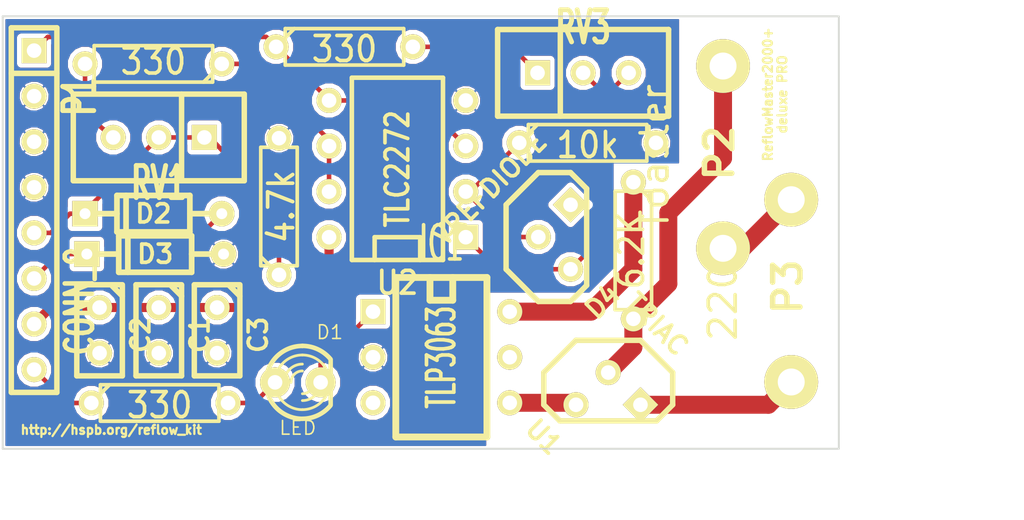
<source format=kicad_pcb>
(kicad_pcb (version 3) (host pcbnew "(25-Oct-2014 BZR 4029)-stable")

  (general
    (links 41)
    (no_connects 0)
    (area 155.049999 118.50825 215.999999 149.25)
    (thickness 1.6)
    (drawings 8)
    (tracks 71)
    (zones 0)
    (modules 21)
    (nets 19)
  )

  (page A3)
  (layers
    (15 F.Cu signal)
    (0 B.Cu signal)
    (16 B.Adhes user)
    (17 F.Adhes user)
    (18 B.Paste user)
    (19 F.Paste user)
    (20 B.SilkS user)
    (21 F.SilkS user)
    (22 B.Mask user)
    (23 F.Mask user)
    (24 Dwgs.User user)
    (25 Cmts.User user)
    (26 Eco1.User user)
    (27 Eco2.User user)
    (28 Edge.Cuts user)
  )

  (setup
    (last_trace_width 0.254)
    (trace_clearance 0.254)
    (zone_clearance 0.1)
    (zone_45_only no)
    (trace_min 0.254)
    (segment_width 0.2)
    (edge_width 0.1)
    (via_size 0.889)
    (via_drill 0.635)
    (via_min_size 0.889)
    (via_min_drill 0.508)
    (uvia_size 0.508)
    (uvia_drill 0.127)
    (uvias_allowed no)
    (uvia_min_size 0.508)
    (uvia_min_drill 0.127)
    (pcb_text_width 0.3)
    (pcb_text_size 1.5 1.5)
    (mod_edge_width 0.15)
    (mod_text_size 1 1)
    (mod_text_width 0.15)
    (pad_size 1.5 1.5)
    (pad_drill 0.6)
    (pad_to_mask_clearance 0)
    (aux_axis_origin 0 0)
    (visible_elements 7FFFFFFF)
    (pcbplotparams
      (layerselection 3178497)
      (usegerberextensions true)
      (excludeedgelayer true)
      (linewidth 0.150000)
      (plotframeref false)
      (viasonmask false)
      (mode 1)
      (useauxorigin false)
      (hpglpennumber 1)
      (hpglpenspeed 20)
      (hpglpendiameter 15)
      (hpglpenoverlay 2)
      (psnegative false)
      (psa4output false)
      (plotreference true)
      (plotvalue true)
      (plotothertext true)
      (plotinvisibletext false)
      (padsonsilk false)
      (subtractmaskfromsilk false)
      (outputformat 1)
      (mirror false)
      (drillshape 1)
      (scaleselection 1)
      (outputdirectory ""))
  )

  (net 0 "")
  (net 1 +12V)
  (net 2 /KTYa)
  (net 3 /PWRctrl)
  (net 4 /Uclamp)
  (net 5 /Utemp)
  (net 6 GND)
  (net 7 GNDPWR)
  (net 8 N-0000010)
  (net 9 N-0000011)
  (net 10 N-0000013)
  (net 11 N-0000016)
  (net 12 N-0000017)
  (net 13 N-0000018)
  (net 14 N-000003)
  (net 15 N-000005)
  (net 16 N-000006)
  (net 17 N-000007)
  (net 18 N-000009)

  (net_class Default "This is the default net class."
    (clearance 0.254)
    (trace_width 0.254)
    (via_dia 0.889)
    (via_drill 0.635)
    (uvia_dia 0.508)
    (uvia_drill 0.127)
    (add_net "")
    (add_net /KTYa)
    (add_net /PWRctrl)
    (add_net /Uclamp)
    (add_net /Utemp)
    (add_net GND)
    (add_net N-0000010)
    (add_net N-0000013)
    (add_net N-0000016)
    (add_net N-0000018)
    (add_net N-000003)
    (add_net N-000006)
    (add_net N-000007)
  )

  (net_class hvpwr ""
    (clearance 0.254)
    (trace_width 1)
    (via_dia 0.889)
    (via_drill 0.635)
    (uvia_dia 0.508)
    (uvia_drill 0.127)
    (add_net GNDPWR)
    (add_net N-0000011)
    (add_net N-0000017)
    (add_net N-000005)
    (add_net N-000009)
  )

  (net_class pwr ""
    (clearance 0.254)
    (trace_width 0.508)
    (via_dia 0.889)
    (via_drill 0.635)
    (uvia_dia 0.508)
    (uvia_drill 0.127)
    (add_net +12V)
  )

  (module SIL-3 (layer F.Cu) (tedit 55639FD0) (tstamp 55611AEC)
    (at 163.8 125.95 180)
    (descr "Connecteur 3 pins")
    (tags "CONN DEV")
    (path /5560A17F)
    (fp_text reference RV1 (at 0 -2.54 180) (layer F.SilkS)
      (effects (font (size 1.7907 1.07696) (thickness 0.3048)))
    )
    (fp_text value 500 (at 0 -2.54 180) (layer F.SilkS) hide
      (effects (font (size 1.524 1.016) (thickness 0.3048)))
    )
    (fp_line (start -4.765 2.415) (end -4.765 -2.415) (layer F.SilkS) (width 0.3048))
    (fp_line (start -4.765 -2.415) (end 4.765 -2.415) (layer F.SilkS) (width 0.3048))
    (fp_line (start 4.765 -2.415) (end 4.765 2.415) (layer F.SilkS) (width 0.3048))
    (fp_line (start 4.765 2.415) (end -4.765 2.415) (layer F.SilkS) (width 0.3048))
    (fp_line (start -1.27 -2.415) (end -1.27 2.415) (layer F.SilkS) (width 0.3048))
    (pad 1 thru_hole rect (at -2.54 0 180) (size 1.397 1.397) (drill 0.8128)
      (layers *.Cu *.Mask F.SilkS)
      (net 5 /Utemp)
    )
    (pad 2 thru_hole circle (at 0 0 180) (size 1.397 1.397) (drill 0.8128)
      (layers *.Cu *.Mask F.SilkS)
      (net 5 /Utemp)
    )
    (pad 3 thru_hole circle (at 2.54 0 180) (size 1.397 1.397) (drill 0.8128)
      (layers *.Cu *.Mask F.SilkS)
      (net 10 N-0000013)
    )
  )

  (module SIL-3 (layer F.Cu) (tedit 55639EF8) (tstamp 55611AFA)
    (at 187.45 122.35)
    (descr "Connecteur 3 pins")
    (tags "CONN DEV")
    (path /5561014F)
    (fp_text reference RV3 (at 0 -2.54) (layer F.SilkS)
      (effects (font (size 1.7907 1.07696) (thickness 0.3048)))
    )
    (fp_text value 500 (at 0 -2.54) (layer F.SilkS) hide
      (effects (font (size 1.524 1.016) (thickness 0.3048)))
    )
    (fp_line (start -4.765 2.415) (end -4.765 -2.415) (layer F.SilkS) (width 0.3048))
    (fp_line (start -4.765 -2.415) (end 4.765 -2.415) (layer F.SilkS) (width 0.3048))
    (fp_line (start 4.765 -2.415) (end 4.765 2.415) (layer F.SilkS) (width 0.3048))
    (fp_line (start 4.765 2.415) (end -4.765 2.415) (layer F.SilkS) (width 0.3048))
    (fp_line (start -1.27 -2.415) (end -1.27 2.415) (layer F.SilkS) (width 0.3048))
    (pad 1 thru_hole rect (at -2.54 0) (size 1.397 1.397) (drill 0.8128)
      (layers *.Cu *.Mask F.SilkS)
      (net 12 N-0000017)
    )
    (pad 2 thru_hole circle (at 0 0) (size 1.397 1.397) (drill 0.8128)
      (layers *.Cu *.Mask F.SilkS)
      (net 11 N-0000016)
    )
    (pad 3 thru_hole circle (at 2.54 0) (size 1.397 1.397) (drill 0.8128)
      (layers *.Cu *.Mask F.SilkS)
      (net 11 N-0000016)
    )
  )

  (module WireConnection_1-5mmDrill (layer F.Cu) (tedit 4BE9368D) (tstamp 55637840)
    (at 199.05 134.5 270)
    (path /556266DF)
    (fp_text reference P3 (at -0.2286 0.2032 270) (layer F.SilkS)
      (effects (font (size 1.524 1.524) (thickness 0.3048)))
    )
    (fp_text value 220V (at 0 3.81 270) (layer F.SilkS)
      (effects (font (size 1.50114 1.50114) (thickness 0.20066)))
    )
    (pad 1 thru_hole circle (at -5.08 0 270) (size 2.99974 2.99974) (drill 1.50114)
      (layers *.Cu *.Mask F.SilkS)
      (net 7 GNDPWR)
    )
    (pad 2 thru_hole circle (at 5.08 0 270) (size 2.99974 2.99974) (drill 1.50114)
      (layers *.Cu *.Mask F.SilkS)
      (net 8 N-0000010)
    )
  )

  (module WireConnection_1-5mmDrill (layer F.Cu) (tedit 4BE9368D) (tstamp 55637847)
    (at 195.25 127.05 270)
    (path /55626455)
    (fp_text reference P2 (at -0.2286 0.2032 270) (layer F.SilkS)
      (effects (font (size 1.524 1.524) (thickness 0.3048)))
    )
    (fp_text value Toaster (at 0 3.81 270) (layer F.SilkS)
      (effects (font (size 1.50114 1.50114) (thickness 0.20066)))
    )
    (pad 1 thru_hole circle (at -5.08 0 270) (size 2.99974 2.99974) (drill 1.50114)
      (layers *.Cu *.Mask F.SilkS)
      (net 13 N-0000018)
    )
    (pad 2 thru_hole circle (at 5.08 0 270) (size 2.99974 2.99974) (drill 1.50114)
      (layers *.Cu *.Mask F.SilkS)
      (net 7 GNDPWR)
    )
  )

  (module TO92 (layer F.Cu) (tedit 443CFFD1) (tstamp 5563900E)
    (at 188.85 140.85 315)
    (descr "Transistor TO92 brochage type BC237")
    (tags "TR TO92")
    (path /55468BAC)
    (fp_text reference U1 (at -1.27 3.81 315) (layer F.SilkS)
      (effects (font (size 1.016 1.016) (thickness 0.2032)))
    )
    (fp_text value TRIAC (at -1.27 -5.08 315) (layer F.SilkS)
      (effects (font (size 1.016 1.016) (thickness 0.2032)))
    )
    (fp_line (start -1.27 2.54) (end 2.54 -1.27) (layer F.SilkS) (width 0.3048))
    (fp_line (start 2.54 -1.27) (end 2.54 -2.54) (layer F.SilkS) (width 0.3048))
    (fp_line (start 2.54 -2.54) (end 1.27 -3.81) (layer F.SilkS) (width 0.3048))
    (fp_line (start 1.27 -3.81) (end -1.27 -3.81) (layer F.SilkS) (width 0.3048))
    (fp_line (start -1.27 -3.81) (end -3.81 -1.27) (layer F.SilkS) (width 0.3048))
    (fp_line (start -3.81 -1.27) (end -3.81 1.27) (layer F.SilkS) (width 0.3048))
    (fp_line (start -3.81 1.27) (end -2.54 2.54) (layer F.SilkS) (width 0.3048))
    (fp_line (start -2.54 2.54) (end -1.27 2.54) (layer F.SilkS) (width 0.3048))
    (pad 1 thru_hole rect (at 1.27 -1.27 315) (size 1.397 1.397) (drill 0.8128)
      (layers *.Cu *.Mask F.SilkS)
      (net 8 N-0000010)
    )
    (pad 2 thru_hole circle (at -1.27 -1.27 315) (size 1.397 1.397) (drill 0.8128)
      (layers *.Cu *.Mask F.SilkS)
      (net 13 N-0000018)
    )
    (pad 3 thru_hole circle (at -1.27 1.27 315) (size 1.397 1.397) (drill 0.8128)
      (layers *.Cu *.Mask F.SilkS)
      (net 18 N-000009)
    )
    (model discret/to98.wrl
      (at (xyz 0 0 0))
      (scale (xyz 1 1 1))
      (rotate (xyz 0 0 0))
    )
  )

  (module DIP-8__300 (layer F.Cu) (tedit 43A7F843) (tstamp 55611B34)
    (at 177.1 127.7 90)
    (descr "8 pins DIL package, round pads")
    (tags DIL)
    (path /5560FFE9)
    (fp_text reference U2 (at -6.35 0 180) (layer F.SilkS)
      (effects (font (size 1.27 1.143) (thickness 0.2032)))
    )
    (fp_text value TLC2272 (at 0 0 90) (layer F.SilkS)
      (effects (font (size 1.27 1.016) (thickness 0.2032)))
    )
    (fp_line (start -5.08 -1.27) (end -3.81 -1.27) (layer F.SilkS) (width 0.254))
    (fp_line (start -3.81 -1.27) (end -3.81 1.27) (layer F.SilkS) (width 0.254))
    (fp_line (start -3.81 1.27) (end -5.08 1.27) (layer F.SilkS) (width 0.254))
    (fp_line (start -5.08 -2.54) (end 5.08 -2.54) (layer F.SilkS) (width 0.254))
    (fp_line (start 5.08 -2.54) (end 5.08 2.54) (layer F.SilkS) (width 0.254))
    (fp_line (start 5.08 2.54) (end -5.08 2.54) (layer F.SilkS) (width 0.254))
    (fp_line (start -5.08 2.54) (end -5.08 -2.54) (layer F.SilkS) (width 0.254))
    (pad 1 thru_hole rect (at -3.81 3.81 90) (size 1.397 1.397) (drill 0.8128)
      (layers *.Cu *.Mask F.SilkS)
      (net 11 N-0000016)
    )
    (pad 2 thru_hole circle (at -1.27 3.81 90) (size 1.397 1.397) (drill 0.8128)
      (layers *.Cu *.Mask F.SilkS)
      (net 9 N-0000011)
    )
    (pad 3 thru_hole circle (at 1.27 3.81 90) (size 1.397 1.397) (drill 0.8128)
      (layers *.Cu *.Mask F.SilkS)
      (net 2 /KTYa)
    )
    (pad 4 thru_hole circle (at 3.81 3.81 90) (size 1.397 1.397) (drill 0.8128)
      (layers *.Cu *.Mask F.SilkS)
      (net 6 GND)
    )
    (pad 5 thru_hole circle (at 3.81 -3.81 90) (size 1.397 1.397) (drill 0.8128)
      (layers *.Cu *.Mask F.SilkS)
      (net 2 /KTYa)
    )
    (pad 6 thru_hole circle (at 1.27 -3.81 90) (size 1.397 1.397) (drill 0.8128)
      (layers *.Cu *.Mask F.SilkS)
      (net 14 N-000003)
    )
    (pad 7 thru_hole circle (at -1.27 -3.81 90) (size 1.397 1.397) (drill 0.8128)
      (layers *.Cu *.Mask F.SilkS)
      (net 14 N-000003)
    )
    (pad 8 thru_hole circle (at -3.81 -3.81 90) (size 1.397 1.397) (drill 0.8128)
      (layers *.Cu *.Mask F.SilkS)
      (net 1 +12V)
    )
    (model dil/dil_8.wrl
      (at (xyz 0 0 0))
      (scale (xyz 1 1 1))
      (rotate (xyz 0 0 0))
    )
  )

  (module C1 (layer F.Cu) (tedit 3F92C496) (tstamp 55611B6F)
    (at 163.8 136.7 270)
    (descr "Condensateur e = 1 pas")
    (tags C)
    (path /55610525)
    (fp_text reference C1 (at 0.254 -2.286 270) (layer F.SilkS)
      (effects (font (size 1.016 1.016) (thickness 0.2032)))
    )
    (fp_text value 10u (at 0 -2.286 270) (layer F.SilkS) hide
      (effects (font (size 1.016 1.016) (thickness 0.2032)))
    )
    (fp_line (start -2.4892 -1.27) (end 2.54 -1.27) (layer F.SilkS) (width 0.3048))
    (fp_line (start 2.54 -1.27) (end 2.54 1.27) (layer F.SilkS) (width 0.3048))
    (fp_line (start 2.54 1.27) (end -2.54 1.27) (layer F.SilkS) (width 0.3048))
    (fp_line (start -2.54 1.27) (end -2.54 -1.27) (layer F.SilkS) (width 0.3048))
    (fp_line (start -2.54 -0.635) (end -1.905 -1.27) (layer F.SilkS) (width 0.3048))
    (pad 1 thru_hole circle (at -1.27 0 270) (size 1.397 1.397) (drill 0.8128)
      (layers *.Cu *.Mask F.SilkS)
      (net 1 +12V)
    )
    (pad 2 thru_hole circle (at 1.27 0 270) (size 1.397 1.397) (drill 0.8128)
      (layers *.Cu *.Mask F.SilkS)
      (net 6 GND)
    )
    (model discret/capa_1_pas.wrl
      (at (xyz 0 0 0))
      (scale (xyz 1 1 1))
      (rotate (xyz 0 0 0))
    )
  )

  (module C1 (layer F.Cu) (tedit 3F92C496) (tstamp 55611B7A)
    (at 160.5 136.7 270)
    (descr "Condensateur e = 1 pas")
    (tags C)
    (path /55610534)
    (fp_text reference C2 (at 0.254 -2.286 270) (layer F.SilkS)
      (effects (font (size 1.016 1.016) (thickness 0.2032)))
    )
    (fp_text value 100n (at 0 -2.286 270) (layer F.SilkS) hide
      (effects (font (size 1.016 1.016) (thickness 0.2032)))
    )
    (fp_line (start -2.4892 -1.27) (end 2.54 -1.27) (layer F.SilkS) (width 0.3048))
    (fp_line (start 2.54 -1.27) (end 2.54 1.27) (layer F.SilkS) (width 0.3048))
    (fp_line (start 2.54 1.27) (end -2.54 1.27) (layer F.SilkS) (width 0.3048))
    (fp_line (start -2.54 1.27) (end -2.54 -1.27) (layer F.SilkS) (width 0.3048))
    (fp_line (start -2.54 -0.635) (end -1.905 -1.27) (layer F.SilkS) (width 0.3048))
    (pad 1 thru_hole circle (at -1.27 0 270) (size 1.397 1.397) (drill 0.8128)
      (layers *.Cu *.Mask F.SilkS)
      (net 1 +12V)
    )
    (pad 2 thru_hole circle (at 1.27 0 270) (size 1.397 1.397) (drill 0.8128)
      (layers *.Cu *.Mask F.SilkS)
      (net 6 GND)
    )
    (model discret/capa_1_pas.wrl
      (at (xyz 0 0 0))
      (scale (xyz 1 1 1))
      (rotate (xyz 0 0 0))
    )
  )

  (module C1 (layer F.Cu) (tedit 3F92C496) (tstamp 55611B85)
    (at 167.05 136.7 270)
    (descr "Condensateur e = 1 pas")
    (tags C)
    (path /55610543)
    (fp_text reference C3 (at 0.254 -2.286 270) (layer F.SilkS)
      (effects (font (size 1.016 1.016) (thickness 0.2032)))
    )
    (fp_text value 10n (at 0 -2.286 270) (layer F.SilkS) hide
      (effects (font (size 1.016 1.016) (thickness 0.2032)))
    )
    (fp_line (start -2.4892 -1.27) (end 2.54 -1.27) (layer F.SilkS) (width 0.3048))
    (fp_line (start 2.54 -1.27) (end 2.54 1.27) (layer F.SilkS) (width 0.3048))
    (fp_line (start 2.54 1.27) (end -2.54 1.27) (layer F.SilkS) (width 0.3048))
    (fp_line (start -2.54 1.27) (end -2.54 -1.27) (layer F.SilkS) (width 0.3048))
    (fp_line (start -2.54 -0.635) (end -1.905 -1.27) (layer F.SilkS) (width 0.3048))
    (pad 1 thru_hole circle (at -1.27 0 270) (size 1.397 1.397) (drill 0.8128)
      (layers *.Cu *.Mask F.SilkS)
      (net 1 +12V)
    )
    (pad 2 thru_hole circle (at 1.27 0 270) (size 1.397 1.397) (drill 0.8128)
      (layers *.Cu *.Mask F.SilkS)
      (net 6 GND)
    )
    (model discret/capa_1_pas.wrl
      (at (xyz 0 0 0))
      (scale (xyz 1 1 1))
      (rotate (xyz 0 0 0))
    )
  )

  (module DIP-6__300 (layer F.Cu) (tedit 49DC487C) (tstamp 55626C63)
    (at 179.55 138.2 270)
    (descr "6 pins DIL package, round pads")
    (tags DIL)
    (path /55468B05)
    (fp_text reference IC1 (at -6.35 0 360) (layer F.SilkS)
      (effects (font (size 1.905 1.016) (thickness 0.2032)))
    )
    (fp_text value TLP3063 (at 0 0 270) (layer F.SilkS)
      (effects (font (size 1.524 0.889) (thickness 0.2032)))
    )
    (fp_line (start -4.445 -2.54) (end 4.445 -2.54) (layer F.SilkS) (width 0.381))
    (fp_line (start 4.445 -2.54) (end 4.445 2.54) (layer F.SilkS) (width 0.381))
    (fp_line (start 4.445 2.54) (end -4.445 2.54) (layer F.SilkS) (width 0.381))
    (fp_line (start -4.445 2.54) (end -4.445 -2.54) (layer F.SilkS) (width 0.381))
    (fp_line (start -4.445 -0.635) (end -3.175 -0.635) (layer F.SilkS) (width 0.381))
    (fp_line (start -3.175 -0.635) (end -3.175 0.635) (layer F.SilkS) (width 0.381))
    (fp_line (start -3.175 0.635) (end -4.445 0.635) (layer F.SilkS) (width 0.381))
    (pad 1 thru_hole rect (at -2.54 3.81 270) (size 1.397 1.397) (drill 0.8128)
      (layers *.Cu *.Mask F.SilkS)
      (net 15 N-000005)
    )
    (pad 2 thru_hole circle (at 0 3.81 270) (size 1.397 1.397) (drill 0.8128)
      (layers *.Cu *.Mask F.SilkS)
      (net 6 GND)
    )
    (pad 3 thru_hole circle (at 2.54 3.81 270) (size 1.397 1.397) (drill 0.8128)
      (layers *.Cu *.Mask F.SilkS)
    )
    (pad 4 thru_hole circle (at 2.54 -3.81 270) (size 1.397 1.397) (drill 0.8128)
      (layers *.Cu *.Mask F.SilkS)
      (net 18 N-000009)
    )
    (pad 5 thru_hole circle (at 0 -3.81 270) (size 1.397 1.397) (drill 0.8128)
      (layers *.Cu *.Mask F.SilkS)
    )
    (pad 6 thru_hole circle (at -2.54 -3.81 270) (size 1.397 1.397) (drill 0.8128)
      (layers *.Cu *.Mask F.SilkS)
      (net 17 N-000007)
    )
    (model dil/dil_6.wrl
      (at (xyz 0 0 0))
      (scale (xyz 1 1 1))
      (rotate (xyz 0 0 0))
    )
  )

  (module R3 (layer F.Cu) (tedit 4E4C0E65) (tstamp 55611AAE)
    (at 163.5 121.85 180)
    (descr "Resitance 3 pas")
    (tags R)
    (path /5560A1BC)
    (autoplace_cost180 10)
    (fp_text reference R2 (at 0 0.127 180) (layer F.SilkS) hide
      (effects (font (size 1.397 1.27) (thickness 0.2032)))
    )
    (fp_text value 330 (at 0 0.127 180) (layer F.SilkS)
      (effects (font (size 1.397 1.27) (thickness 0.2032)))
    )
    (fp_line (start -3.81 0) (end -3.302 0) (layer F.SilkS) (width 0.2032))
    (fp_line (start 3.81 0) (end 3.302 0) (layer F.SilkS) (width 0.2032))
    (fp_line (start 3.302 0) (end 3.302 -1.016) (layer F.SilkS) (width 0.2032))
    (fp_line (start 3.302 -1.016) (end -3.302 -1.016) (layer F.SilkS) (width 0.2032))
    (fp_line (start -3.302 -1.016) (end -3.302 1.016) (layer F.SilkS) (width 0.2032))
    (fp_line (start -3.302 1.016) (end 3.302 1.016) (layer F.SilkS) (width 0.2032))
    (fp_line (start 3.302 1.016) (end 3.302 0) (layer F.SilkS) (width 0.2032))
    (fp_line (start -3.302 -0.508) (end -2.794 -1.016) (layer F.SilkS) (width 0.2032))
    (pad 1 thru_hole circle (at -3.81 0 180) (size 1.397 1.397) (drill 0.8128)
      (layers *.Cu *.Mask F.SilkS)
      (net 14 N-000003)
    )
    (pad 2 thru_hole circle (at 3.81 0 180) (size 1.397 1.397) (drill 0.8128)
      (layers *.Cu *.Mask F.SilkS)
      (net 10 N-0000013)
    )
    (model discret/resistor.wrl
      (at (xyz 0 0 0))
      (scale (xyz 0.3 0.3 0.3))
      (rotate (xyz 0 0 0))
    )
  )

  (module R3 (layer F.Cu) (tedit 4E4C0E65) (tstamp 55611AB6)
    (at 187.7 126.25)
    (descr "Resitance 3 pas")
    (tags R)
    (path /556101DC)
    (autoplace_cost180 10)
    (fp_text reference R6 (at 0 0.127) (layer F.SilkS) hide
      (effects (font (size 1.397 1.27) (thickness 0.2032)))
    )
    (fp_text value 10k (at 0 0.127) (layer F.SilkS)
      (effects (font (size 1.397 1.27) (thickness 0.2032)))
    )
    (fp_line (start -3.81 0) (end -3.302 0) (layer F.SilkS) (width 0.2032))
    (fp_line (start 3.81 0) (end 3.302 0) (layer F.SilkS) (width 0.2032))
    (fp_line (start 3.302 0) (end 3.302 -1.016) (layer F.SilkS) (width 0.2032))
    (fp_line (start 3.302 -1.016) (end -3.302 -1.016) (layer F.SilkS) (width 0.2032))
    (fp_line (start -3.302 -1.016) (end -3.302 1.016) (layer F.SilkS) (width 0.2032))
    (fp_line (start -3.302 1.016) (end 3.302 1.016) (layer F.SilkS) (width 0.2032))
    (fp_line (start 3.302 1.016) (end 3.302 0) (layer F.SilkS) (width 0.2032))
    (fp_line (start -3.302 -0.508) (end -2.794 -1.016) (layer F.SilkS) (width 0.2032))
    (pad 1 thru_hole circle (at -3.81 0) (size 1.397 1.397) (drill 0.8128)
      (layers *.Cu *.Mask F.SilkS)
      (net 9 N-0000011)
    )
    (pad 2 thru_hole circle (at 3.81 0) (size 1.397 1.397) (drill 0.8128)
      (layers *.Cu *.Mask F.SilkS)
      (net 6 GND)
    )
    (model discret/resistor.wrl
      (at (xyz 0 0 0))
      (scale (xyz 0.3 0.3 0.3))
      (rotate (xyz 0 0 0))
    )
  )

  (module R3 (layer F.Cu) (tedit 4E4C0E65) (tstamp 55611ABE)
    (at 174.15 120.9)
    (descr "Resitance 3 pas")
    (tags R)
    (path /556101A0)
    (autoplace_cost180 10)
    (fp_text reference R7 (at 0 0.127) (layer F.SilkS) hide
      (effects (font (size 1.397 1.27) (thickness 0.2032)))
    )
    (fp_text value 330 (at 0 0.127) (layer F.SilkS)
      (effects (font (size 1.397 1.27) (thickness 0.2032)))
    )
    (fp_line (start -3.81 0) (end -3.302 0) (layer F.SilkS) (width 0.2032))
    (fp_line (start 3.81 0) (end 3.302 0) (layer F.SilkS) (width 0.2032))
    (fp_line (start 3.302 0) (end 3.302 -1.016) (layer F.SilkS) (width 0.2032))
    (fp_line (start 3.302 -1.016) (end -3.302 -1.016) (layer F.SilkS) (width 0.2032))
    (fp_line (start -3.302 -1.016) (end -3.302 1.016) (layer F.SilkS) (width 0.2032))
    (fp_line (start -3.302 1.016) (end 3.302 1.016) (layer F.SilkS) (width 0.2032))
    (fp_line (start 3.302 1.016) (end 3.302 0) (layer F.SilkS) (width 0.2032))
    (fp_line (start -3.302 -0.508) (end -2.794 -1.016) (layer F.SilkS) (width 0.2032))
    (pad 1 thru_hole circle (at -3.81 0) (size 1.397 1.397) (drill 0.8128)
      (layers *.Cu *.Mask F.SilkS)
      (net 2 /KTYa)
    )
    (pad 2 thru_hole circle (at 3.81 0) (size 1.397 1.397) (drill 0.8128)
      (layers *.Cu *.Mask F.SilkS)
      (net 12 N-0000017)
    )
    (model discret/resistor.wrl
      (at (xyz 0 0 0))
      (scale (xyz 0.3 0.3 0.3))
      (rotate (xyz 0 0 0))
    )
  )

  (module R3 (layer F.Cu) (tedit 4E4C0E65) (tstamp 55611AC6)
    (at 170.5 129.8 90)
    (descr "Resitance 3 pas")
    (tags R)
    (path /55609BFF)
    (autoplace_cost180 10)
    (fp_text reference R5 (at 0 0.127 90) (layer F.SilkS) hide
      (effects (font (size 1.397 1.27) (thickness 0.2032)))
    )
    (fp_text value 4.7k (at 0 0.127 90) (layer F.SilkS)
      (effects (font (size 1.397 1.27) (thickness 0.2032)))
    )
    (fp_line (start -3.81 0) (end -3.302 0) (layer F.SilkS) (width 0.2032))
    (fp_line (start 3.81 0) (end 3.302 0) (layer F.SilkS) (width 0.2032))
    (fp_line (start 3.302 0) (end 3.302 -1.016) (layer F.SilkS) (width 0.2032))
    (fp_line (start 3.302 -1.016) (end -3.302 -1.016) (layer F.SilkS) (width 0.2032))
    (fp_line (start -3.302 -1.016) (end -3.302 1.016) (layer F.SilkS) (width 0.2032))
    (fp_line (start -3.302 1.016) (end 3.302 1.016) (layer F.SilkS) (width 0.2032))
    (fp_line (start 3.302 1.016) (end 3.302 0) (layer F.SilkS) (width 0.2032))
    (fp_line (start -3.302 -0.508) (end -2.794 -1.016) (layer F.SilkS) (width 0.2032))
    (pad 1 thru_hole circle (at -3.81 0 90) (size 1.397 1.397) (drill 0.8128)
      (layers *.Cu *.Mask F.SilkS)
      (net 5 /Utemp)
    )
    (pad 2 thru_hole circle (at 3.81 0 90) (size 1.397 1.397) (drill 0.8128)
      (layers *.Cu *.Mask F.SilkS)
      (net 6 GND)
    )
    (model discret/resistor.wrl
      (at (xyz 0 0 0))
      (scale (xyz 0.3 0.3 0.3))
      (rotate (xyz 0 0 0))
    )
  )

  (module R3 (layer F.Cu) (tedit 4E4C0E65) (tstamp 55611ACE)
    (at 163.85 140.75)
    (descr "Resitance 3 pas")
    (tags R)
    (path /55523BF8)
    (autoplace_cost180 10)
    (fp_text reference R4 (at 0 0.127) (layer F.SilkS) hide
      (effects (font (size 1.397 1.27) (thickness 0.2032)))
    )
    (fp_text value 330 (at 0 0.127) (layer F.SilkS)
      (effects (font (size 1.397 1.27) (thickness 0.2032)))
    )
    (fp_line (start -3.81 0) (end -3.302 0) (layer F.SilkS) (width 0.2032))
    (fp_line (start 3.81 0) (end 3.302 0) (layer F.SilkS) (width 0.2032))
    (fp_line (start 3.302 0) (end 3.302 -1.016) (layer F.SilkS) (width 0.2032))
    (fp_line (start 3.302 -1.016) (end -3.302 -1.016) (layer F.SilkS) (width 0.2032))
    (fp_line (start -3.302 -1.016) (end -3.302 1.016) (layer F.SilkS) (width 0.2032))
    (fp_line (start -3.302 1.016) (end 3.302 1.016) (layer F.SilkS) (width 0.2032))
    (fp_line (start 3.302 1.016) (end 3.302 0) (layer F.SilkS) (width 0.2032))
    (fp_line (start -3.302 -0.508) (end -2.794 -1.016) (layer F.SilkS) (width 0.2032))
    (pad 1 thru_hole circle (at -3.81 0) (size 1.397 1.397) (drill 0.8128)
      (layers *.Cu *.Mask F.SilkS)
      (net 3 /PWRctrl)
    )
    (pad 2 thru_hole circle (at 3.81 0) (size 1.397 1.397) (drill 0.8128)
      (layers *.Cu *.Mask F.SilkS)
      (net 16 N-000006)
    )
    (model discret/resistor.wrl
      (at (xyz 0 0 0))
      (scale (xyz 0.3 0.3 0.3))
      (rotate (xyz 0 0 0))
    )
  )

  (module R3 (layer F.Cu) (tedit 4E4C0E65) (tstamp 55637528)
    (at 190.25 132.25 270)
    (descr "Resitance 3 pas")
    (tags R)
    (path /55469219)
    (autoplace_cost180 10)
    (fp_text reference R1 (at 0 0.127 270) (layer F.SilkS) hide
      (effects (font (size 1.397 1.27) (thickness 0.2032)))
    )
    (fp_text value 6.2K (at 0 0.127 270) (layer F.SilkS)
      (effects (font (size 1.397 1.27) (thickness 0.2032)))
    )
    (fp_line (start -3.81 0) (end -3.302 0) (layer F.SilkS) (width 0.2032))
    (fp_line (start 3.81 0) (end 3.302 0) (layer F.SilkS) (width 0.2032))
    (fp_line (start 3.302 0) (end 3.302 -1.016) (layer F.SilkS) (width 0.2032))
    (fp_line (start 3.302 -1.016) (end -3.302 -1.016) (layer F.SilkS) (width 0.2032))
    (fp_line (start -3.302 -1.016) (end -3.302 1.016) (layer F.SilkS) (width 0.2032))
    (fp_line (start -3.302 1.016) (end 3.302 1.016) (layer F.SilkS) (width 0.2032))
    (fp_line (start 3.302 1.016) (end 3.302 0) (layer F.SilkS) (width 0.2032))
    (fp_line (start -3.302 -0.508) (end -2.794 -1.016) (layer F.SilkS) (width 0.2032))
    (pad 1 thru_hole circle (at -3.81 0 270) (size 1.397 1.397) (drill 0.8128)
      (layers *.Cu *.Mask F.SilkS)
      (net 17 N-000007)
    )
    (pad 2 thru_hole circle (at 3.81 0 270) (size 1.397 1.397) (drill 0.8128)
      (layers *.Cu *.Mask F.SilkS)
      (net 13 N-0000018)
    )
    (model discret/resistor.wrl
      (at (xyz 0 0 0))
      (scale (xyz 0.3 0.3 0.3))
      (rotate (xyz 0 0 0))
    )
  )

  (module DO-35 (layer F.Cu) (tedit 4C5F69DC) (tstamp 55611B44)
    (at 163.5 130.2 180)
    (descr "Diode 3 pas")
    (tags "DIODE DEV")
    (path /556097FA)
    (fp_text reference D2 (at 0 0 180) (layer F.SilkS)
      (effects (font (size 1.016 1.016) (thickness 0.2032)))
    )
    (fp_text value BAT46 (at 0 0 180) (layer F.SilkS) hide
      (effects (font (size 1.016 1.016) (thickness 0.2032)))
    )
    (fp_line (start 2.032 0) (end 3.81 0) (layer F.SilkS) (width 0.3175))
    (fp_line (start -2.032 0) (end -3.81 0) (layer F.SilkS) (width 0.3175))
    (fp_line (start 1.524 -1.016) (end 1.524 1.016) (layer F.SilkS) (width 0.3175))
    (fp_line (start -2.032 -1.016) (end -2.032 1.016) (layer F.SilkS) (width 0.3175))
    (fp_line (start -2.032 1.016) (end 2.032 1.016) (layer F.SilkS) (width 0.3175))
    (fp_line (start 2.032 1.016) (end 2.032 -1.016) (layer F.SilkS) (width 0.3175))
    (fp_line (start 2.032 -1.016) (end -2.032 -1.016) (layer F.SilkS) (width 0.3175))
    (pad 2 thru_hole rect (at 3.81 0 180) (size 1.4224 1.4224) (drill 0.6096)
      (layers *.Cu *.Mask F.SilkS)
      (net 5 /Utemp)
    )
    (pad 1 thru_hole circle (at -3.81 0 180) (size 1.4224 1.4224) (drill 0.6096)
      (layers *.Cu *.Mask F.SilkS)
      (net 4 /Uclamp)
    )
    (model discret/diode.wrl
      (at (xyz 0 0 0))
      (scale (xyz 0.3 0.3 0.3))
      (rotate (xyz 0 0 0))
    )
  )

  (module DO-35 (layer F.Cu) (tedit 4C5F69DC) (tstamp 55611B54)
    (at 163.6 132.45 180)
    (descr "Diode 3 pas")
    (tags "DIODE DEV")
    (path /55609AA8)
    (fp_text reference D3 (at 0 0 180) (layer F.SilkS)
      (effects (font (size 1.016 1.016) (thickness 0.2032)))
    )
    (fp_text value BZX55C5V1 (at 0 0 180) (layer F.SilkS) hide
      (effects (font (size 1.016 1.016) (thickness 0.2032)))
    )
    (fp_line (start 2.032 0) (end 3.81 0) (layer F.SilkS) (width 0.3175))
    (fp_line (start -2.032 0) (end -3.81 0) (layer F.SilkS) (width 0.3175))
    (fp_line (start 1.524 -1.016) (end 1.524 1.016) (layer F.SilkS) (width 0.3175))
    (fp_line (start -2.032 -1.016) (end -2.032 1.016) (layer F.SilkS) (width 0.3175))
    (fp_line (start -2.032 1.016) (end 2.032 1.016) (layer F.SilkS) (width 0.3175))
    (fp_line (start 2.032 1.016) (end 2.032 -1.016) (layer F.SilkS) (width 0.3175))
    (fp_line (start 2.032 -1.016) (end -2.032 -1.016) (layer F.SilkS) (width 0.3175))
    (pad 2 thru_hole rect (at 3.81 0 180) (size 1.4224 1.4224) (drill 0.6096)
      (layers *.Cu *.Mask F.SilkS)
      (net 4 /Uclamp)
    )
    (pad 1 thru_hole circle (at -3.81 0 180) (size 1.4224 1.4224) (drill 0.6096)
      (layers *.Cu *.Mask F.SilkS)
      (net 6 GND)
    )
    (model discret/diode.wrl
      (at (xyz 0 0 0))
      (scale (xyz 0.3 0.3 0.3))
      (rotate (xyz 0 0 0))
    )
  )

  (module TO92 (layer F.Cu) (tedit 443CFFD1) (tstamp 5563918B)
    (at 186.75 131.5 45)
    (descr "Transistor TO92 brochage type BC237")
    (tags "TR TO92")
    (path /55627F3D)
    (fp_text reference D4 (at -1.27 3.81 45) (layer F.SilkS)
      (effects (font (size 1.016 1.016) (thickness 0.2032)))
    )
    (fp_text value VREFDIODE (at -1.27 -5.08 45) (layer F.SilkS)
      (effects (font (size 1.016 1.016) (thickness 0.2032)))
    )
    (fp_line (start -1.27 2.54) (end 2.54 -1.27) (layer F.SilkS) (width 0.3048))
    (fp_line (start 2.54 -1.27) (end 2.54 -2.54) (layer F.SilkS) (width 0.3048))
    (fp_line (start 2.54 -2.54) (end 1.27 -3.81) (layer F.SilkS) (width 0.3048))
    (fp_line (start 1.27 -3.81) (end -1.27 -3.81) (layer F.SilkS) (width 0.3048))
    (fp_line (start -1.27 -3.81) (end -3.81 -1.27) (layer F.SilkS) (width 0.3048))
    (fp_line (start -3.81 -1.27) (end -3.81 1.27) (layer F.SilkS) (width 0.3048))
    (fp_line (start -3.81 1.27) (end -2.54 2.54) (layer F.SilkS) (width 0.3048))
    (fp_line (start -2.54 2.54) (end -1.27 2.54) (layer F.SilkS) (width 0.3048))
    (pad 1 thru_hole rect (at 1.27 -1.27 45) (size 1.397 1.397) (drill 0.8128)
      (layers *.Cu *.Mask F.SilkS)
    )
    (pad 2 thru_hole circle (at -1.27 -1.27 45) (size 1.397 1.397) (drill 0.8128)
      (layers *.Cu *.Mask F.SilkS)
      (net 9 N-0000011)
    )
    (pad 3 thru_hole circle (at -1.27 1.27 45) (size 1.397 1.397) (drill 0.8128)
      (layers *.Cu *.Mask F.SilkS)
      (net 11 N-0000016)
    )
    (model discret/to98.wrl
      (at (xyz 0 0 0))
      (scale (xyz 1 1 1))
      (rotate (xyz 0 0 0))
    )
  )

  (module LED-3MM (layer F.Cu) (tedit 50ADE848) (tstamp 55611B21)
    (at 171.55 139.6)
    (descr "LED 3mm - Lead pitch 100mil (2,54mm)")
    (tags "LED led 3mm 3MM 100mil 2,54mm")
    (path /55523B00)
    (fp_text reference D1 (at 1.778 -2.794) (layer F.SilkS)
      (effects (font (size 0.762 0.762) (thickness 0.0889)))
    )
    (fp_text value LED (at 0 2.54) (layer F.SilkS)
      (effects (font (size 0.762 0.762) (thickness 0.0889)))
    )
    (fp_line (start 1.8288 1.27) (end 1.8288 -1.27) (layer F.SilkS) (width 0.254))
    (fp_arc (start 0.254 0) (end -1.27 0) (angle 39.8) (layer F.SilkS) (width 0.1524))
    (fp_arc (start 0.254 0) (end -0.88392 1.01092) (angle 41.6) (layer F.SilkS) (width 0.1524))
    (fp_arc (start 0.254 0) (end 1.4097 -0.9906) (angle 40.6) (layer F.SilkS) (width 0.1524))
    (fp_arc (start 0.254 0) (end 1.778 0) (angle 39.8) (layer F.SilkS) (width 0.1524))
    (fp_arc (start 0.254 0) (end 0.254 -1.524) (angle 54.4) (layer F.SilkS) (width 0.1524))
    (fp_arc (start 0.254 0) (end -0.9652 -0.9144) (angle 53.1) (layer F.SilkS) (width 0.1524))
    (fp_arc (start 0.254 0) (end 1.45542 0.93472) (angle 52.1) (layer F.SilkS) (width 0.1524))
    (fp_arc (start 0.254 0) (end 0.254 1.524) (angle 52.1) (layer F.SilkS) (width 0.1524))
    (fp_arc (start 0.254 0) (end -0.381 0) (angle 90) (layer F.SilkS) (width 0.1524))
    (fp_arc (start 0.254 0) (end -0.762 0) (angle 90) (layer F.SilkS) (width 0.1524))
    (fp_arc (start 0.254 0) (end 0.889 0) (angle 90) (layer F.SilkS) (width 0.1524))
    (fp_arc (start 0.254 0) (end 1.27 0) (angle 90) (layer F.SilkS) (width 0.1524))
    (fp_arc (start 0.254 0) (end 0.254 -2.032) (angle 50.1) (layer F.SilkS) (width 0.254))
    (fp_arc (start 0.254 0) (end -1.5367 -0.95504) (angle 61.9) (layer F.SilkS) (width 0.254))
    (fp_arc (start 0.254 0) (end 1.8034 1.31064) (angle 49.7) (layer F.SilkS) (width 0.254))
    (fp_arc (start 0.254 0) (end 0.254 2.032) (angle 60.2) (layer F.SilkS) (width 0.254))
    (fp_arc (start 0.254 0) (end -1.778 0) (angle 28.3) (layer F.SilkS) (width 0.254))
    (fp_arc (start 0.254 0) (end -1.47574 1.06426) (angle 31.6) (layer F.SilkS) (width 0.254))
    (pad 1 thru_hole circle (at -1.27 0) (size 1.6764 1.6764) (drill 0.8128)
      (layers *.Cu *.Mask F.SilkS)
      (net 16 N-000006)
    )
    (pad 2 thru_hole circle (at 1.27 0) (size 1.6764 1.6764) (drill 0.8128)
      (layers *.Cu *.Mask F.SilkS)
      (net 15 N-000005)
    )
    (model discret/leds/led3_vertical_verde.wrl
      (at (xyz 0 0 0))
      (scale (xyz 1 1 1))
      (rotate (xyz 0 0 0))
    )
  )

  (module SIL-8 (layer F.Cu) (tedit 200000) (tstamp 55626AFA)
    (at 156.85 130 270)
    (descr "Connecteur 8 pins")
    (tags "CONN DEV")
    (path /556262CF)
    (fp_text reference P1 (at -6.35 -2.54 270) (layer F.SilkS)
      (effects (font (size 1.72974 1.08712) (thickness 0.3048)))
    )
    (fp_text value CONN_8 (at 5.08 -2.54 270) (layer F.SilkS)
      (effects (font (size 1.524 1.016) (thickness 0.3048)))
    )
    (fp_line (start -10.16 -1.27) (end 10.16 -1.27) (layer F.SilkS) (width 0.3048))
    (fp_line (start 10.16 -1.27) (end 10.16 1.27) (layer F.SilkS) (width 0.3048))
    (fp_line (start 10.16 1.27) (end -10.16 1.27) (layer F.SilkS) (width 0.3048))
    (fp_line (start -10.16 1.27) (end -10.16 -1.27) (layer F.SilkS) (width 0.3048))
    (fp_line (start -7.62 1.27) (end -7.62 -1.27) (layer F.SilkS) (width 0.3048))
    (pad 1 thru_hole rect (at -8.89 0 270) (size 1.397 1.397) (drill 0.8128)
      (layers *.Cu *.Mask F.SilkS)
      (net 2 /KTYa)
    )
    (pad 2 thru_hole circle (at -6.35 0 270) (size 1.397 1.397) (drill 0.8128)
      (layers *.Cu *.Mask F.SilkS)
      (net 6 GND)
    )
    (pad 3 thru_hole circle (at -3.81 0 270) (size 1.397 1.397) (drill 0.8128)
      (layers *.Cu *.Mask F.SilkS)
      (net 6 GND)
    )
    (pad 4 thru_hole circle (at -1.27 0 270) (size 1.397 1.397) (drill 0.8128)
      (layers *.Cu *.Mask F.SilkS)
      (net 6 GND)
    )
    (pad 5 thru_hole circle (at 1.27 0 270) (size 1.397 1.397) (drill 0.8128)
      (layers *.Cu *.Mask F.SilkS)
      (net 5 /Utemp)
    )
    (pad 6 thru_hole circle (at 3.81 0 270) (size 1.397 1.397) (drill 0.8128)
      (layers *.Cu *.Mask F.SilkS)
      (net 4 /Uclamp)
    )
    (pad 7 thru_hole circle (at 6.35 0 270) (size 1.397 1.397) (drill 0.8128)
      (layers *.Cu *.Mask F.SilkS)
      (net 1 +12V)
    )
    (pad 8 thru_hole circle (at 8.89 0 270) (size 1.397 1.397) (drill 0.8128)
      (layers *.Cu *.Mask F.SilkS)
      (net 3 /PWRctrl)
    )
  )

  (dimension 46.65 (width 0.3) (layer Cmts.User)
    (gr_text "46.650 mm" (at 178.425 147.899999) (layer Cmts.User)
      (effects (font (size 1.5 1.5) (thickness 0.3)))
    )
    (feature1 (pts (xy 201.75 143.3) (xy 201.75 149.249999)))
    (feature2 (pts (xy 155.1 143.3) (xy 155.1 149.249999)))
    (crossbar (pts (xy 155.1 146.549999) (xy 201.75 146.549999)))
    (arrow1a (pts (xy 201.75 146.549999) (xy 200.623497 147.136419)))
    (arrow1b (pts (xy 201.75 146.549999) (xy 200.623497 145.963579)))
    (arrow2a (pts (xy 155.1 146.549999) (xy 156.226503 147.136419)))
    (arrow2b (pts (xy 155.1 146.549999) (xy 156.226503 145.963579)))
  )
  (dimension 24.1 (width 0.3) (layer Cmts.User)
    (gr_text "24.100 mm" (at 209.349999 131.25 270) (layer Cmts.User)
      (effects (font (size 1.5 1.5) (thickness 0.3)))
    )
    (feature1 (pts (xy 201.95 143.3) (xy 210.699999 143.3)))
    (feature2 (pts (xy 201.95 119.2) (xy 210.699999 119.2)))
    (crossbar (pts (xy 207.999999 119.2) (xy 207.999999 143.3)))
    (arrow1a (pts (xy 207.999999 143.3) (xy 207.413579 142.173497)))
    (arrow1b (pts (xy 207.999999 143.3) (xy 208.586419 142.173497)))
    (arrow2a (pts (xy 207.999999 119.2) (xy 207.413579 120.326503)))
    (arrow2b (pts (xy 207.999999 119.2) (xy 208.586419 120.326503)))
  )
  (gr_line (start 201.7 143.3) (end 155.1 143.3) (angle 90) (layer Edge.Cuts) (width 0.1))
  (gr_line (start 201.7 119.2) (end 201.7 143.3) (angle 90) (layer Edge.Cuts) (width 0.1))
  (gr_line (start 155.1 119.2) (end 201.7 119.2) (angle 90) (layer Edge.Cuts) (width 0.1))
  (gr_text http://hspb.org/reflow_kit (at 161.15 142.25) (layer F.SilkS)
    (effects (font (size 0.5 0.5) (thickness 0.125)))
  )
  (gr_text "ReflowMaster2000+\ndeluxe PRO" (at 198.15 123.55 90) (layer F.SilkS)
    (effects (font (size 0.5 0.5) (thickness 0.125)))
  )
  (gr_line (start 155.1 143.3) (end 155.1 119.2) (angle 90) (layer Edge.Cuts) (width 0.1))

  (segment (start 167.05 135.43) (end 171.92 135.43) (width 0.508) (layer F.Cu) (net 1) (status 10))
  (segment (start 171.92 135.43) (end 173.29 134.06) (width 0.508) (layer F.Cu) (net 1) (tstamp 556399F0))
  (segment (start 173.29 134.06) (end 173.29 131.51) (width 0.508) (layer F.Cu) (net 1) (tstamp 556399F3) (status 20))
  (segment (start 156.85 136.35) (end 157.77 135.43) (width 0.508) (layer F.Cu) (net 1) (status 10))
  (segment (start 157.77 135.43) (end 160.5 135.43) (width 0.508) (layer F.Cu) (net 1) (tstamp 5563970F) (status 20))
  (segment (start 163.8 135.43) (end 167.05 135.43) (width 0.508) (layer F.Cu) (net 1) (status 30))
  (segment (start 160.5 135.43) (end 163.8 135.43) (width 0.508) (layer F.Cu) (net 1) (status 30))
  (segment (start 156.85 121.11) (end 157.61 120.35) (width 0.254) (layer F.Cu) (net 2) (status 10))
  (segment (start 169.79 120.35) (end 170.34 120.9) (width 0.254) (layer F.Cu) (net 2) (tstamp 556396AC) (status 20))
  (segment (start 157.61 120.35) (end 169.79 120.35) (width 0.254) (layer F.Cu) (net 2) (tstamp 556396AB))
  (segment (start 170.34 120.9) (end 173.29 123.85) (width 0.254) (layer F.Cu) (net 2) (status 30))
  (segment (start 173.29 123.85) (end 173.29 123.89) (width 0.254) (layer F.Cu) (net 2) (tstamp 556396A7) (status 30))
  (segment (start 173.29 123.89) (end 178.37 123.89) (width 0.254) (layer F.Cu) (net 2) (status 10))
  (segment (start 178.37 123.89) (end 180.91 126.43) (width 0.254) (layer F.Cu) (net 2) (tstamp 556378BA) (status 20))
  (segment (start 156.85 138.89) (end 158.71 140.75) (width 0.254) (layer F.Cu) (net 3) (status 10))
  (segment (start 158.71 140.75) (end 160.04 140.75) (width 0.254) (layer F.Cu) (net 3) (tstamp 556396DE) (status 20))
  (segment (start 159.79 132.45) (end 165.05 132.45) (width 0.254) (layer F.Cu) (net 4) (status 10))
  (segment (start 167.3 130.2) (end 167.31 130.2) (width 0.254) (layer F.Cu) (net 4) (tstamp 5563974B) (status 30))
  (segment (start 165.05 132.45) (end 167.3 130.2) (width 0.254) (layer F.Cu) (net 4) (tstamp 5563974A) (status 20))
  (segment (start 156.85 133.81) (end 158.21 132.45) (width 0.254) (layer F.Cu) (net 4) (status 10))
  (segment (start 158.21 132.45) (end 159.79 132.45) (width 0.254) (layer F.Cu) (net 4) (tstamp 55639746) (status 20))
  (segment (start 159.69 130.2) (end 159.69 130.06) (width 0.254) (layer F.Cu) (net 5) (status 30))
  (segment (start 159.69 130.06) (end 163.8 125.95) (width 0.254) (layer F.Cu) (net 5) (tstamp 556397CD) (status 30))
  (segment (start 166.34 125.95) (end 166.65 125.95) (width 0.254) (layer F.Cu) (net 5) (status 30))
  (segment (start 170.5 130.05) (end 170.5 133.61) (width 0.254) (layer F.Cu) (net 5) (tstamp 556397B8) (status 20))
  (segment (start 166.65 125.95) (end 170.5 130.05) (width 0.254) (layer F.Cu) (net 5) (tstamp 556397B7) (status 10))
  (segment (start 156.85 131.27) (end 157.78 131.27) (width 0.254) (layer F.Cu) (net 5) (status 10))
  (segment (start 158.85 130.2) (end 159.69 130.2) (width 0.254) (layer F.Cu) (net 5) (tstamp 5563974F) (status 20))
  (segment (start 157.78 131.27) (end 158.85 130.2) (width 0.254) (layer F.Cu) (net 5) (tstamp 5563974E))
  (segment (start 166.34 125.95) (end 163.8 125.95) (width 0.254) (layer F.Cu) (net 5) (tstamp 5562A961) (status 30))
  (segment (start 195.25 132.13) (end 196.34 132.13) (width 1) (layer F.Cu) (net 7) (status 30))
  (segment (start 196.34 132.13) (end 199.05 129.42) (width 1) (layer F.Cu) (net 7) (tstamp 5563924E) (status 30))
  (segment (start 190.646051 140.85) (end 197.78 140.85) (width 1) (layer F.Cu) (net 8) (status 10))
  (segment (start 197.78 140.85) (end 199.05 139.58) (width 1) (layer F.Cu) (net 8) (tstamp 5563922D) (status 20))
  (segment (start 180.91 128.97) (end 181.17 128.97) (width 0.254) (layer F.Cu) (net 9) (status 30))
  (segment (start 181.17 128.97) (end 183.89 126.25) (width 0.254) (layer F.Cu) (net 9) (tstamp 5563A778) (status 30))
  (segment (start 180.91 128.97) (end 183.44 131.5) (width 0.254) (layer F.Cu) (net 9) (status 10))
  (segment (start 183.44 131.5) (end 184.953949 131.5) (width 0.254) (layer F.Cu) (net 9) (tstamp 5563A037) (status 20))
  (segment (start 159.69 124.63) (end 161.26 125.95) (width 0.254) (layer F.Cu) (net 10) (tstamp 5563975F) (status 20))
  (segment (start 159.69 121.85) (end 159.69 124.63) (width 0.254) (layer F.Cu) (net 10) (status 10))
  (segment (start 188.35 124.95) (end 188.35 123.25) (width 0.254) (layer F.Cu) (net 11))
  (segment (start 188.35 123.25) (end 187.45 122.35) (width 0.254) (layer F.Cu) (net 11) (tstamp 5563A06A) (status 20))
  (segment (start 186.75 133.296051) (end 188.35 131.696051) (width 0.254) (layer F.Cu) (net 11) (status 10))
  (segment (start 188.35 123.99) (end 189.99 122.35) (width 0.254) (layer F.Cu) (net 11) (tstamp 5563A062) (status 20))
  (segment (start 188.35 131.696051) (end 188.35 124.95) (width 0.254) (layer F.Cu) (net 11) (tstamp 5563A060))
  (segment (start 188.35 124.95) (end 188.35 123.99) (width 0.254) (layer F.Cu) (net 11) (tstamp 5563A068))
  (segment (start 180.91 131.51) (end 182.696051 133.296051) (width 0.254) (layer F.Cu) (net 11) (status 10))
  (segment (start 182.696051 133.296051) (end 186.75 133.296051) (width 0.254) (layer F.Cu) (net 11) (tstamp 5563A033) (status 20))
  (segment (start 177.96 120.9) (end 183.46 120.9) (width 0.254) (layer F.Cu) (net 12) (status 10))
  (segment (start 183.46 120.9) (end 184.91 122.35) (width 0.254) (layer F.Cu) (net 12) (tstamp 5563A06D) (status 20))
  (segment (start 190.25 136.06) (end 192.2 134.11) (width 1) (layer F.Cu) (net 13) (status 10))
  (segment (start 192.2 134.11) (end 192.2 130.15) (width 1) (layer F.Cu) (net 13) (tstamp 5563A008))
  (segment (start 195.25 127.1) (end 195.25 121.97) (width 1) (layer F.Cu) (net 13) (tstamp 5563923B) (status 20))
  (segment (start 192.2 130.15) (end 195.25 127.1) (width 1) (layer F.Cu) (net 13) (tstamp 55639231))
  (segment (start 188.85 139.053949) (end 190.25 137.653949) (width 1) (layer F.Cu) (net 13) (status 10))
  (segment (start 190.25 137.653949) (end 190.25 136.06) (width 1) (layer F.Cu) (net 13) (tstamp 556391BF) (status 20))
  (segment (start 167.31 121.85) (end 169.05 121.85) (width 0.254) (layer F.Cu) (net 14) (status 10))
  (segment (start 173.29 126.09) (end 173.29 126.43) (width 0.254) (layer F.Cu) (net 14) (tstamp 556396C1) (status 30))
  (segment (start 169.05 121.85) (end 173.29 126.09) (width 0.254) (layer F.Cu) (net 14) (tstamp 556396BF) (status 20))
  (segment (start 173.29 126.43) (end 173.29 128.97) (width 0.254) (layer F.Cu) (net 14) (status 30))
  (segment (start 172.82 139.6) (end 172.82 138.58) (width 0.254) (layer F.Cu) (net 15) (status 10))
  (segment (start 172.82 138.58) (end 175.74 135.66) (width 0.254) (layer F.Cu) (net 15) (tstamp 55639504) (status 20))
  (segment (start 167.66 140.75) (end 169.13 140.75) (width 0.254) (layer F.Cu) (net 16) (status 10))
  (segment (start 169.13 140.75) (end 170.28 139.6) (width 0.254) (layer F.Cu) (net 16) (tstamp 556396E2) (status 20))
  (segment (start 170.23 139.55) (end 170.28 139.6) (width 0.254) (layer F.Cu) (net 16) (tstamp 5563791F) (status 30))
  (segment (start 183.36 135.66) (end 187.89 135.66) (width 1) (layer F.Cu) (net 17) (status 10))
  (segment (start 187.89 135.66) (end 190.25 133.3) (width 1) (layer F.Cu) (net 17) (tstamp 5563A077))
  (segment (start 190.25 133.3) (end 190.25 128.44) (width 1) (layer F.Cu) (net 17) (tstamp 5563A018) (status 20))
  (segment (start 183.37 135.65) (end 183.36 135.66) (width 0.254) (layer F.Cu) (net 17) (tstamp 5562BCA6) (status 30))
  (segment (start 183.36 140.74) (end 186.943949 140.74) (width 1) (layer F.Cu) (net 18) (status 30))
  (segment (start 186.943949 140.74) (end 187.053949 140.85) (width 1) (layer F.Cu) (net 18) (tstamp 556390E9) (status 30))

  (zone (net 6) (net_name GND) (layer F.Cu) (tstamp 556381E7) (hatch edge 0.508)
    (connect_pads (clearance 0.1))
    (min_thickness 0.09)
    (fill (arc_segments 16) (thermal_gap 0.1) (thermal_bridge_width 0.1))
    (polygon
      (pts
        (xy 155.1 119.2) (xy 192.8 119.2) (xy 192.8 127.4) (xy 189.15 127.4) (xy 189.15 133.25)
        (xy 187.8 134.6) (xy 182.05 134.6) (xy 182.05 143.3) (xy 155.1 143.3)
      )
    )
    (filled_polygon
      (pts
        (xy 192.755 127.355) (xy 192.358641 127.355) (xy 192.358641 126.110525) (xy 192.240667 125.796382) (xy 192.208702 125.748544)
        (xy 192.096021 125.67105) (xy 192.08895 125.678121) (xy 192.08895 125.663979) (xy 192.011456 125.551298) (xy 191.705903 125.412584)
        (xy 191.370525 125.401359) (xy 191.056382 125.519333) (xy 191.008544 125.551298) (xy 190.987673 125.581645) (xy 190.987673 122.152456)
        (xy 190.836132 121.7857) (xy 190.555776 121.504854) (xy 190.189285 121.352674) (xy 189.792456 121.352327) (xy 189.4257 121.503868)
        (xy 189.144854 121.784224) (xy 188.992674 122.150715) (xy 188.992327 122.547544) (xy 189.050123 122.687421) (xy 188.70632 123.031224)
        (xy 188.651227 122.948773) (xy 188.651227 122.948772) (xy 188.38994 122.687485) (xy 188.447326 122.549285) (xy 188.447673 122.152456)
        (xy 188.296132 121.7857) (xy 188.015776 121.504854) (xy 187.649285 121.352674) (xy 187.252456 121.352327) (xy 186.8857 121.503868)
        (xy 186.604854 121.784224) (xy 186.452674 122.150715) (xy 186.452327 122.547544) (xy 186.603868 122.9143) (xy 186.884224 123.195146)
        (xy 187.250715 123.347326) (xy 187.647544 123.347673) (xy 187.787421 123.289876) (xy 187.924 123.426454) (xy 187.924 123.99)
        (xy 187.924 124.95) (xy 187.924 129.467227) (xy 187.907419 129.450617) (xy 186.91959 128.462789) (xy 186.809736 128.417174)
        (xy 186.690785 128.41707) (xy 186.580852 128.462494) (xy 186.496668 128.54653) (xy 185.907551 129.135647) (xy 185.907551 122.989286)
        (xy 185.907551 121.592286) (xy 185.862127 121.482352) (xy 185.77809 121.398168) (xy 185.668235 121.352553) (xy 185.549286 121.352449)
        (xy 184.514903 121.352449) (xy 183.761227 120.598773) (xy 183.623023 120.506427) (xy 183.46 120.474) (xy 178.863276 120.474)
        (xy 178.806132 120.3357) (xy 178.525776 120.054854) (xy 178.159285 119.902674) (xy 177.762456 119.902327) (xy 177.3957 120.053868)
        (xy 177.114854 120.334224) (xy 176.962674 120.700715) (xy 176.962327 121.097544) (xy 177.113868 121.4643) (xy 177.394224 121.745146)
        (xy 177.760715 121.897326) (xy 178.157544 121.897673) (xy 178.5243 121.746132) (xy 178.805146 121.465776) (xy 178.863185 121.326)
        (xy 183.283545 121.326) (xy 183.912449 121.954903) (xy 183.912449 123.107714) (xy 183.957873 123.217648) (xy 184.04191 123.301832)
        (xy 184.151765 123.347447) (xy 184.270714 123.347551) (xy 185.667714 123.347551) (xy 185.777648 123.302127) (xy 185.861832 123.21809)
        (xy 185.907447 123.108235) (xy 185.907551 122.989286) (xy 185.907551 129.135647) (xy 185.50884 129.534359) (xy 185.463225 129.644213)
        (xy 185.463121 129.763164) (xy 185.508545 129.873097) (xy 185.592581 129.957281) (xy 186.58041 130.945109) (xy 186.690264 130.990724)
        (xy 186.809215 130.990828) (xy 186.919148 130.945404) (xy 187.003332 130.861368) (xy 187.924 129.940699) (xy 187.924 131.519596)
        (xy 187.087485 132.35611) (xy 186.949285 132.298725) (xy 186.552456 132.298378) (xy 186.1857 132.449919) (xy 185.951622 132.683588)
        (xy 185.951622 131.302456) (xy 185.800081 130.9357) (xy 185.519725 130.654854) (xy 185.153234 130.502674) (xy 184.756405 130.502327)
        (xy 184.389649 130.653868) (xy 184.108803 130.934224) (xy 184.050763 131.074) (xy 183.616454 131.074) (xy 181.84994 129.307485)
        (xy 181.907326 129.169285) (xy 181.907618 128.834835) (xy 183.552514 127.18994) (xy 183.690715 127.247326) (xy 184.087544 127.247673)
        (xy 184.4543 127.096132) (xy 184.735146 126.815776) (xy 184.887326 126.449285) (xy 184.887673 126.052456) (xy 184.736132 125.6857)
        (xy 184.455776 125.404854) (xy 184.089285 125.252674) (xy 183.692456 125.252327) (xy 183.3257 125.403868) (xy 183.044854 125.684224)
        (xy 182.892674 126.050715) (xy 182.892327 126.447544) (xy 182.950123 126.587421) (xy 181.907673 127.629871) (xy 181.907673 126.232456)
        (xy 181.758641 125.871772) (xy 181.758641 123.750525) (xy 181.640667 123.436382) (xy 181.608702 123.388544) (xy 181.496021 123.31105)
        (xy 181.48895 123.318121) (xy 181.48895 123.303979) (xy 181.411456 123.191298) (xy 181.105903 123.052584) (xy 180.770525 123.041359)
        (xy 180.456382 123.159333) (xy 180.408544 123.191298) (xy 180.33105 123.303979) (xy 180.91 123.882929) (xy 181.48895 123.303979)
        (xy 181.48895 123.318121) (xy 180.917071 123.89) (xy 181.496021 124.46895) (xy 181.608702 124.391456) (xy 181.747416 124.085903)
        (xy 181.758641 123.750525) (xy 181.758641 125.871772) (xy 181.756132 125.8657) (xy 181.48895 125.598051) (xy 181.48895 124.476021)
        (xy 180.91 123.897071) (xy 180.902929 123.904142) (xy 180.902929 123.89) (xy 180.323979 123.31105) (xy 180.211298 123.388544)
        (xy 180.072584 123.694097) (xy 180.061359 124.029475) (xy 180.179333 124.343618) (xy 180.211298 124.391456) (xy 180.323979 124.46895)
        (xy 180.902929 123.89) (xy 180.902929 123.904142) (xy 180.33105 124.476021) (xy 180.408544 124.588702) (xy 180.714097 124.727416)
        (xy 181.049475 124.738641) (xy 181.363618 124.620667) (xy 181.411456 124.588702) (xy 181.48895 124.476021) (xy 181.48895 125.598051)
        (xy 181.475776 125.584854) (xy 181.109285 125.432674) (xy 180.712456 125.432327) (xy 180.572578 125.490123) (xy 178.671227 123.588773)
        (xy 178.533023 123.496427) (xy 178.37 123.464) (xy 174.193276 123.464) (xy 174.136132 123.3257) (xy 173.855776 123.044854)
        (xy 173.489285 122.892674) (xy 173.092456 122.892327) (xy 172.980882 122.938428) (xy 171.27994 121.237486) (xy 171.337326 121.099285)
        (xy 171.337673 120.702456) (xy 171.186132 120.3357) (xy 170.905776 120.054854) (xy 170.539285 119.902674) (xy 170.142456 119.902327)
        (xy 169.975376 119.971363) (xy 169.953023 119.956427) (xy 169.79 119.924) (xy 157.61 119.924) (xy 157.474023 119.951047)
        (xy 157.446976 119.956427) (xy 157.308772 120.048773) (xy 157.245096 120.112449) (xy 156.092286 120.112449) (xy 155.982352 120.157873)
        (xy 155.898168 120.24191) (xy 155.852553 120.351765) (xy 155.852449 120.470714) (xy 155.852449 121.867714) (xy 155.897873 121.977648)
        (xy 155.98191 122.061832) (xy 156.091765 122.107447) (xy 156.210714 122.107551) (xy 157.607714 122.107551) (xy 157.717648 122.062127)
        (xy 157.801832 121.97809) (xy 157.847447 121.868235) (xy 157.847551 121.749286) (xy 157.847551 120.776) (xy 169.342608 120.776)
        (xy 169.342327 121.097544) (xy 169.493868 121.4643) (xy 169.774224 121.745146) (xy 170.140715 121.897326) (xy 170.537544 121.897673)
        (xy 170.677422 121.839876) (xy 172.361796 123.52425) (xy 172.292674 123.690715) (xy 172.292327 124.087544) (xy 172.443868 124.4543)
        (xy 172.724224 124.735146) (xy 173.090715 124.887326) (xy 173.487544 124.887673) (xy 173.8543 124.736132) (xy 174.135146 124.455776)
        (xy 174.193185 124.316) (xy 178.193545 124.316) (xy 179.970059 126.092514) (xy 179.912674 126.230715) (xy 179.912327 126.627544)
        (xy 180.063868 126.9943) (xy 180.344224 127.275146) (xy 180.710715 127.427326) (xy 181.107544 127.427673) (xy 181.4743 127.276132)
        (xy 181.755146 126.995776) (xy 181.907326 126.629285) (xy 181.907673 126.232456) (xy 181.907673 127.629871) (xy 181.4312 128.106344)
        (xy 181.109285 127.972674) (xy 180.712456 127.972327) (xy 180.3457 128.123868) (xy 180.064854 128.404224) (xy 179.912674 128.770715)
        (xy 179.912327 129.167544) (xy 180.063868 129.5343) (xy 180.344224 129.815146) (xy 180.710715 129.967326) (xy 181.107544 129.967673)
        (xy 181.247422 129.909876) (xy 183.138772 131.801227) (xy 183.138773 131.801227) (xy 183.276976 131.893573) (xy 183.276977 131.893573)
        (xy 183.304023 131.898952) (xy 183.44 131.926) (xy 184.050672 131.926) (xy 184.107817 132.0643) (xy 184.388173 132.345146)
        (xy 184.754664 132.497326) (xy 185.151493 132.497673) (xy 185.518249 132.346132) (xy 185.799095 132.065776) (xy 185.951275 131.699285)
        (xy 185.951622 131.302456) (xy 185.951622 132.683588) (xy 185.904854 132.730275) (xy 185.846814 132.870051) (xy 182.872505 132.870051)
        (xy 181.907551 131.905096) (xy 181.907551 130.752286) (xy 181.862127 130.642352) (xy 181.77809 130.558168) (xy 181.668235 130.512553)
        (xy 181.549286 130.512449) (xy 180.152286 130.512449) (xy 180.042352 130.557873) (xy 179.958168 130.64191) (xy 179.912553 130.751765)
        (xy 179.912449 130.870714) (xy 179.912449 132.267714) (xy 179.957873 132.377648) (xy 180.04191 132.461832) (xy 180.151765 132.507447)
        (xy 180.270714 132.507551) (xy 181.305096 132.507551) (xy 182.394823 133.597278) (xy 182.394824 133.597278) (xy 182.487169 133.658981)
        (xy 182.533027 133.689623) (xy 182.533028 133.689624) (xy 182.696051 133.722051) (xy 185.846723 133.722051) (xy 185.903868 133.860351)
        (xy 186.184224 134.141197) (xy 186.550715 134.293377) (xy 186.947544 134.293724) (xy 187.3143 134.142183) (xy 187.595146 133.861827)
        (xy 187.747326 133.495336) (xy 187.747673 133.098507) (xy 187.689876 132.958629) (xy 188.651227 131.997279) (xy 188.651227 131.997278)
        (xy 188.71293 131.904933) (xy 188.743572 131.859075) (xy 188.743573 131.859074) (xy 188.775999 131.696051) (xy 188.776 131.696051)
        (xy 188.776 124.95) (xy 188.776 124.166454) (xy 189.652514 123.28994) (xy 189.790715 123.347326) (xy 190.187544 123.347673)
        (xy 190.5543 123.196132) (xy 190.835146 122.915776) (xy 190.987326 122.549285) (xy 190.987673 122.152456) (xy 190.987673 125.581645)
        (xy 190.93105 125.663979) (xy 191.51 126.242929) (xy 192.08895 125.663979) (xy 192.08895 125.678121) (xy 191.517071 126.25)
        (xy 192.096021 126.82895) (xy 192.208702 126.751456) (xy 192.347416 126.445903) (xy 192.358641 126.110525) (xy 192.358641 127.355)
        (xy 192.08895 127.355) (xy 192.08895 126.836021) (xy 191.51 126.257071) (xy 191.502929 126.264142) (xy 191.502929 126.25)
        (xy 190.923979 125.67105) (xy 190.811298 125.748544) (xy 190.672584 126.054097) (xy 190.661359 126.389475) (xy 190.779333 126.703618)
        (xy 190.811298 126.751456) (xy 190.923979 126.82895) (xy 191.502929 126.25) (xy 191.502929 126.264142) (xy 190.93105 126.836021)
        (xy 191.008544 126.948702) (xy 191.314097 127.087416) (xy 191.649475 127.098641) (xy 191.963618 126.980667) (xy 192.011456 126.948702)
        (xy 192.08895 126.836021) (xy 192.08895 127.355) (xy 189.105 127.355) (xy 189.105 133.23136) (xy 187.78136 134.555)
        (xy 182.005 134.555) (xy 182.005 143.105) (xy 176.737673 143.105) (xy 176.737673 140.542456) (xy 176.737551 140.54216)
        (xy 176.737551 136.299286) (xy 176.737551 134.902286) (xy 176.692127 134.792352) (xy 176.60809 134.708168) (xy 176.498235 134.662553)
        (xy 176.379286 134.662449) (xy 174.982286 134.662449) (xy 174.872352 134.707873) (xy 174.788168 134.79191) (xy 174.742553 134.901765)
        (xy 174.742449 135.020714) (xy 174.742449 136.055096) (xy 174.287673 136.509872) (xy 174.287673 131.312456) (xy 174.287673 128.772456)
        (xy 174.136132 128.4057) (xy 173.855776 128.124854) (xy 173.716 128.066814) (xy 173.716 127.333276) (xy 173.8543 127.276132)
        (xy 174.135146 126.995776) (xy 174.287326 126.629285) (xy 174.287673 126.232456) (xy 174.136132 125.8657) (xy 173.855776 125.584854)
        (xy 173.489285 125.432674) (xy 173.234906 125.432451) (xy 169.351227 121.548773) (xy 169.213023 121.456427) (xy 169.05 121.424)
        (xy 168.213276 121.424) (xy 168.156132 121.2857) (xy 167.875776 121.004854) (xy 167.509285 120.852674) (xy 167.112456 120.852327)
        (xy 166.7457 121.003868) (xy 166.464854 121.284224) (xy 166.312674 121.650715) (xy 166.312327 122.047544) (xy 166.463868 122.4143)
        (xy 166.744224 122.695146) (xy 167.110715 122.847326) (xy 167.507544 122.847673) (xy 167.8743 122.696132) (xy 168.155146 122.415776)
        (xy 168.213185 122.276) (xy 168.873545 122.276) (xy 172.453318 125.855773) (xy 172.444854 125.864224) (xy 172.292674 126.230715)
        (xy 172.292327 126.627544) (xy 172.443868 126.9943) (xy 172.724224 127.275146) (xy 172.864 127.333185) (xy 172.864 128.066723)
        (xy 172.7257 128.123868) (xy 172.444854 128.404224) (xy 172.292674 128.770715) (xy 172.292327 129.167544) (xy 172.443868 129.5343)
        (xy 172.724224 129.815146) (xy 173.090715 129.967326) (xy 173.487544 129.967673) (xy 173.8543 129.816132) (xy 174.135146 129.535776)
        (xy 174.287326 129.169285) (xy 174.287673 128.772456) (xy 174.287673 131.312456) (xy 174.136132 130.9457) (xy 173.855776 130.664854)
        (xy 173.489285 130.512674) (xy 173.092456 130.512327) (xy 172.7257 130.663868) (xy 172.444854 130.944224) (xy 172.292674 131.310715)
        (xy 172.292327 131.707544) (xy 172.443868 132.0743) (xy 172.724224 132.355146) (xy 172.737 132.360451) (xy 172.737 133.83094)
        (xy 171.69094 134.877) (xy 171.497673 134.877) (xy 171.497673 133.412456) (xy 171.348641 133.051772) (xy 171.348641 125.850525)
        (xy 171.230667 125.536382) (xy 171.198702 125.488544) (xy 171.086021 125.41105) (xy 171.07895 125.418121) (xy 171.07895 125.403979)
        (xy 171.001456 125.291298) (xy 170.695903 125.152584) (xy 170.360525 125.141359) (xy 170.046382 125.259333) (xy 169.998544 125.291298)
        (xy 169.92105 125.403979) (xy 170.5 125.982929) (xy 171.07895 125.403979) (xy 171.07895 125.418121) (xy 170.507071 125.99)
        (xy 171.086021 126.56895) (xy 171.198702 126.491456) (xy 171.337416 126.185903) (xy 171.348641 125.850525) (xy 171.348641 133.051772)
        (xy 171.346132 133.0457) (xy 171.07895 132.778051) (xy 171.07895 126.576021) (xy 170.5 125.997071) (xy 170.492929 126.004142)
        (xy 170.492929 125.99) (xy 169.913979 125.41105) (xy 169.801298 125.488544) (xy 169.662584 125.794097) (xy 169.651359 126.129475)
        (xy 169.769333 126.443618) (xy 169.801298 126.491456) (xy 169.913979 126.56895) (xy 170.492929 125.99) (xy 170.492929 126.004142)
        (xy 169.92105 126.576021) (xy 169.998544 126.688702) (xy 170.304097 126.827416) (xy 170.639475 126.838641) (xy 170.953618 126.720667)
        (xy 171.001456 126.688702) (xy 171.07895 126.576021) (xy 171.07895 132.778051) (xy 171.065776 132.764854) (xy 170.926 132.706814)
        (xy 170.926 130.05) (xy 170.911652 129.977868) (xy 170.898582 129.899341) (xy 170.894838 129.893338) (xy 170.893573 129.886977)
        (xy 170.853027 129.826296) (xy 170.810623 129.758304) (xy 167.337551 126.059857) (xy 167.337551 125.192286) (xy 167.292127 125.082352)
        (xy 167.20809 124.998168) (xy 167.098235 124.952553) (xy 166.979286 124.952449) (xy 165.582286 124.952449) (xy 165.472352 124.997873)
        (xy 165.388168 125.08191) (xy 165.342553 125.191765) (xy 165.342449 125.310714) (xy 165.342449 125.524) (xy 164.703276 125.524)
        (xy 164.646132 125.3857) (xy 164.365776 125.104854) (xy 163.999285 124.952674) (xy 163.602456 124.952327) (xy 163.2357 125.103868)
        (xy 162.954854 125.384224) (xy 162.802674 125.750715) (xy 162.802327 126.147544) (xy 162.860123 126.287421) (xy 162.257673 126.889871)
        (xy 162.257673 125.752456) (xy 162.106132 125.3857) (xy 161.825776 125.104854) (xy 161.459285 124.952674) (xy 161.062456 124.952327)
        (xy 160.84221 125.043331) (xy 160.116 124.431804) (xy 160.116 122.753276) (xy 160.2543 122.696132) (xy 160.535146 122.415776)
        (xy 160.687326 122.049285) (xy 160.687673 121.652456) (xy 160.536132 121.2857) (xy 160.255776 121.004854) (xy 159.889285 120.852674)
        (xy 159.492456 120.852327) (xy 159.1257 121.003868) (xy 158.844854 121.284224) (xy 158.692674 121.650715) (xy 158.692327 122.047544)
        (xy 158.843868 122.4143) (xy 159.124224 122.695146) (xy 159.264 122.753185) (xy 159.264 124.63) (xy 159.267595 124.648076)
        (xy 159.265558 124.666388) (xy 159.283699 124.729034) (xy 159.296427 124.793023) (xy 159.306665 124.808346) (xy 159.311791 124.826045)
        (xy 159.352534 124.876992) (xy 159.388773 124.931227) (xy 159.404091 124.941462) (xy 159.415603 124.955857) (xy 160.287766 125.690286)
        (xy 160.262674 125.750715) (xy 160.262327 126.147544) (xy 160.413868 126.5143) (xy 160.694224 126.795146) (xy 161.060715 126.947326)
        (xy 161.457544 126.947673) (xy 161.8243 126.796132) (xy 162.105146 126.515776) (xy 162.257326 126.149285) (xy 162.257673 125.752456)
        (xy 162.257673 126.889871) (xy 159.957796 129.189749) (xy 158.919586 129.189749) (xy 158.809652 129.235173) (xy 158.725468 129.31921)
        (xy 158.679853 129.429065) (xy 158.679749 129.548014) (xy 158.679749 129.811256) (xy 158.641118 129.837069) (xy 158.548772 129.898773)
        (xy 157.709497 130.738047) (xy 157.698641 130.711772) (xy 157.698641 128.590525) (xy 157.698641 126.050525) (xy 157.698641 123.510525)
        (xy 157.580667 123.196382) (xy 157.548702 123.148544) (xy 157.436021 123.07105) (xy 157.42895 123.078121) (xy 157.42895 123.063979)
        (xy 157.351456 122.951298) (xy 157.045903 122.812584) (xy 156.710525 122.801359) (xy 156.396382 122.919333) (xy 156.348544 122.951298)
        (xy 156.27105 123.063979) (xy 156.85 123.642929) (xy 157.42895 123.063979) (xy 157.42895 123.078121) (xy 156.857071 123.65)
        (xy 157.436021 124.22895) (xy 157.548702 124.151456) (xy 157.687416 123.845903) (xy 157.698641 123.510525) (xy 157.698641 126.050525)
        (xy 157.580667 125.736382) (xy 157.548702 125.688544) (xy 157.436021 125.61105) (xy 157.42895 125.618121) (xy 157.42895 125.603979)
        (xy 157.42895 124.236021) (xy 156.85 123.657071) (xy 156.842929 123.664142) (xy 156.842929 123.65) (xy 156.263979 123.07105)
        (xy 156.151298 123.148544) (xy 156.012584 123.454097) (xy 156.001359 123.789475) (xy 156.119333 124.103618) (xy 156.151298 124.151456)
        (xy 156.263979 124.22895) (xy 156.842929 123.65) (xy 156.842929 123.664142) (xy 156.27105 124.236021) (xy 156.348544 124.348702)
        (xy 156.654097 124.487416) (xy 156.989475 124.498641) (xy 157.303618 124.380667) (xy 157.351456 124.348702) (xy 157.42895 124.236021)
        (xy 157.42895 125.603979) (xy 157.351456 125.491298) (xy 157.045903 125.352584) (xy 156.710525 125.341359) (xy 156.396382 125.459333)
        (xy 156.348544 125.491298) (xy 156.27105 125.603979) (xy 156.85 126.182929) (xy 157.42895 125.603979) (xy 157.42895 125.618121)
        (xy 156.857071 126.19) (xy 157.436021 126.76895) (xy 157.548702 126.691456) (xy 157.687416 126.385903) (xy 157.698641 126.050525)
        (xy 157.698641 128.590525) (xy 157.580667 128.276382) (xy 157.548702 128.228544) (xy 157.436021 128.15105) (xy 157.42895 128.158121)
        (xy 157.42895 128.143979) (xy 157.42895 126.776021) (xy 156.85 126.197071) (xy 156.842929 126.204142) (xy 156.842929 126.19)
        (xy 156.263979 125.61105) (xy 156.151298 125.688544) (xy 156.012584 125.994097) (xy 156.001359 126.329475) (xy 156.119333 126.643618)
        (xy 156.151298 126.691456) (xy 156.263979 126.76895) (xy 156.842929 126.19) (xy 156.842929 126.204142) (xy 156.27105 126.776021)
        (xy 156.348544 126.888702) (xy 156.654097 127.027416) (xy 156.989475 127.038641) (xy 157.303618 126.920667) (xy 157.351456 126.888702)
        (xy 157.42895 126.776021) (xy 157.42895 128.143979) (xy 157.351456 128.031298) (xy 157.045903 127.892584) (xy 156.710525 127.881359)
        (xy 156.396382 127.999333) (xy 156.348544 128.031298) (xy 156.27105 128.143979) (xy 156.85 128.722929) (xy 157.42895 128.143979)
        (xy 157.42895 128.158121) (xy 156.857071 128.73) (xy 157.436021 129.30895) (xy 157.548702 129.231456) (xy 157.687416 128.925903)
        (xy 157.698641 128.590525) (xy 157.698641 130.711772) (xy 157.696132 130.7057) (xy 157.42895 130.438051) (xy 157.42895 129.316021)
        (xy 156.85 128.737071) (xy 156.842929 128.744142) (xy 156.842929 128.73) (xy 156.263979 128.15105) (xy 156.151298 128.228544)
        (xy 156.012584 128.534097) (xy 156.001359 128.869475) (xy 156.119333 129.183618) (xy 156.151298 129.231456) (xy 156.263979 129.30895)
        (xy 156.842929 128.73) (xy 156.842929 128.744142) (xy 156.27105 129.316021) (xy 156.348544 129.428702) (xy 156.654097 129.567416)
        (xy 156.989475 129.578641) (xy 157.303618 129.460667) (xy 157.351456 129.428702) (xy 157.42895 129.316021) (xy 157.42895 130.438051)
        (xy 157.415776 130.424854) (xy 157.049285 130.272674) (xy 156.652456 130.272327) (xy 156.2857 130.423868) (xy 156.004854 130.704224)
        (xy 155.852674 131.070715) (xy 155.852327 131.467544) (xy 156.003868 131.8343) (xy 156.284224 132.115146) (xy 156.650715 132.267326)
        (xy 157.047544 132.267673) (xy 157.4143 132.116132) (xy 157.695146 131.835776) (xy 157.753185 131.696) (xy 157.78 131.696)
        (xy 157.78 131.695999) (xy 157.943023 131.663573) (xy 158.081227 131.571227) (xy 158.680419 130.972035) (xy 158.725173 131.080348)
        (xy 158.80921 131.164532) (xy 158.919065 131.210147) (xy 159.038014 131.210251) (xy 160.460414 131.210251) (xy 160.570348 131.164827)
        (xy 160.654532 131.08079) (xy 160.700147 130.970935) (xy 160.700251 130.851986) (xy 160.700251 129.652203) (xy 163.462514 126.88994)
        (xy 163.600715 126.947326) (xy 163.997544 126.947673) (xy 164.3643 126.796132) (xy 164.645146 126.515776) (xy 164.703185 126.376)
        (xy 165.342449 126.376) (xy 165.342449 126.707714) (xy 165.387873 126.817648) (xy 165.47191 126.901832) (xy 165.581765 126.947447)
        (xy 165.700714 126.947551) (xy 167.002375 126.947551) (xy 170.074 130.218499) (xy 170.074 132.706723) (xy 169.9357 132.763868)
        (xy 169.654854 133.044224) (xy 169.502674 133.410715) (xy 169.502327 133.807544) (xy 169.653868 134.1743) (xy 169.934224 134.455146)
        (xy 170.300715 134.607326) (xy 170.697544 134.607673) (xy 171.0643 134.456132) (xy 171.345146 134.175776) (xy 171.497326 133.809285)
        (xy 171.497673 133.412456) (xy 171.497673 134.877) (xy 168.320374 134.877) (xy 168.320374 129.999941) (xy 168.166904 129.628516)
        (xy 167.882979 129.344094) (xy 167.511823 129.189977) (xy 167.109941 129.189626) (xy 166.738516 129.343096) (xy 166.454094 129.627021)
        (xy 166.299977 129.998177) (xy 166.299626 130.400059) (xy 166.357476 130.540068) (xy 164.873545 132.024) (xy 160.800251 132.024)
        (xy 160.800251 131.679586) (xy 160.754827 131.569652) (xy 160.67079 131.485468) (xy 160.560935 131.439853) (xy 160.441986 131.439749)
        (xy 159.019586 131.439749) (xy 158.909652 131.485173) (xy 158.825468 131.56921) (xy 158.779853 131.679065) (xy 158.779749 131.798014)
        (xy 158.779749 132.024) (xy 158.21 132.024) (xy 158.046977 132.056427) (xy 158.001118 132.087069) (xy 157.908772 132.148773)
        (xy 157.187485 132.870059) (xy 157.049285 132.812674) (xy 156.652456 132.812327) (xy 156.2857 132.963868) (xy 156.004854 133.244224)
        (xy 155.852674 133.610715) (xy 155.852327 134.007544) (xy 156.003868 134.3743) (xy 156.284224 134.655146) (xy 156.650715 134.807326)
        (xy 157.047544 134.807673) (xy 157.4143 134.656132) (xy 157.695146 134.375776) (xy 157.847326 134.009285) (xy 157.847673 133.612456)
        (xy 157.789876 133.472578) (xy 158.386454 132.876) (xy 158.779749 132.876) (xy 158.779749 133.220414) (xy 158.825173 133.330348)
        (xy 158.90921 133.414532) (xy 159.019065 133.460147) (xy 159.138014 133.460251) (xy 160.560414 133.460251) (xy 160.670348 133.414827)
        (xy 160.754532 133.33079) (xy 160.800147 133.220935) (xy 160.800251 133.101986) (xy 160.800251 132.876) (xy 165.05 132.876)
        (xy 165.05 132.875999) (xy 165.213023 132.843573) (xy 165.351227 132.751227) (xy 166.955732 131.146722) (xy 167.108177 131.210023)
        (xy 167.510059 131.210374) (xy 167.881484 131.056904) (xy 168.165906 130.772979) (xy 168.320023 130.401823) (xy 168.320374 129.999941)
        (xy 168.320374 134.877) (xy 168.271427 134.877) (xy 168.271427 132.308501) (xy 168.151706 131.989618) (xy 168.119176 131.940933)
        (xy 168.005177 131.861894) (xy 167.998106 131.868965) (xy 167.998106 131.854823) (xy 167.919067 131.740824) (xy 167.608926 131.599995)
        (xy 167.268501 131.588573) (xy 166.949618 131.708294) (xy 166.900933 131.740824) (xy 166.821894 131.854823) (xy 167.41 132.442929)
        (xy 167.998106 131.854823) (xy 167.998106 131.868965) (xy 167.417071 132.45) (xy 168.005177 133.038106) (xy 168.119176 132.959067)
        (xy 168.260005 132.648926) (xy 168.271427 132.308501) (xy 168.271427 134.877) (xy 167.998106 134.877) (xy 167.998106 133.045177)
        (xy 167.41 132.457071) (xy 167.402929 132.464142) (xy 167.402929 132.45) (xy 166.814823 131.861894) (xy 166.700824 131.940933)
        (xy 166.559995 132.251074) (xy 166.548573 132.591499) (xy 166.668294 132.910382) (xy 166.700824 132.959067) (xy 166.814823 133.038106)
        (xy 167.402929 132.45) (xy 167.402929 132.464142) (xy 166.821894 133.045177) (xy 166.900933 133.159176) (xy 167.211074 133.300005)
        (xy 167.551499 133.311427) (xy 167.870382 133.191706) (xy 167.919067 133.159176) (xy 167.998106 133.045177) (xy 167.998106 134.877)
        (xy 167.900801 134.877) (xy 167.896132 134.8657) (xy 167.615776 134.584854) (xy 167.249285 134.432674) (xy 166.852456 134.432327)
        (xy 166.4857 134.583868) (xy 166.204854 134.864224) (xy 166.199548 134.877) (xy 164.650801 134.877) (xy 164.646132 134.8657)
        (xy 164.365776 134.584854) (xy 163.999285 134.432674) (xy 163.602456 134.432327) (xy 163.2357 134.583868) (xy 162.954854 134.864224)
        (xy 162.949548 134.877) (xy 161.350801 134.877) (xy 161.346132 134.8657) (xy 161.065776 134.584854) (xy 160.699285 134.432674)
        (xy 160.302456 134.432327) (xy 159.9357 134.583868) (xy 159.654854 134.864224) (xy 159.649548 134.877) (xy 157.77 134.877)
        (xy 157.558376 134.919095) (xy 157.37897 135.03897) (xy 157.060577 135.357362) (xy 157.049285 135.352674) (xy 156.652456 135.352327)
        (xy 156.2857 135.503868) (xy 156.004854 135.784224) (xy 155.852674 136.150715) (xy 155.852327 136.547544) (xy 156.003868 136.9143)
        (xy 156.284224 137.195146) (xy 156.650715 137.347326) (xy 157.047544 137.347673) (xy 157.4143 137.196132) (xy 157.695146 136.915776)
        (xy 157.847326 136.549285) (xy 157.847673 136.152456) (xy 157.842389 136.13967) (xy 157.99906 135.983) (xy 159.649198 135.983)
        (xy 159.653868 135.9943) (xy 159.934224 136.275146) (xy 160.300715 136.427326) (xy 160.697544 136.427673) (xy 161.0643 136.276132)
        (xy 161.345146 135.995776) (xy 161.350451 135.983) (xy 162.949198 135.983) (xy 162.953868 135.9943) (xy 163.234224 136.275146)
        (xy 163.600715 136.427326) (xy 163.997544 136.427673) (xy 164.3643 136.276132) (xy 164.645146 135.995776) (xy 164.650451 135.983)
        (xy 166.199198 135.983) (xy 166.203868 135.9943) (xy 166.484224 136.275146) (xy 166.850715 136.427326) (xy 167.247544 136.427673)
        (xy 167.6143 136.276132) (xy 167.895146 135.995776) (xy 167.900451 135.983) (xy 171.92 135.983) (xy 172.131624 135.940905)
        (xy 172.31103 135.82103) (xy 173.68103 134.45103) (xy 173.800905 134.271624) (xy 173.843 134.06) (xy 173.843 132.360801)
        (xy 173.8543 132.356132) (xy 174.135146 132.075776) (xy 174.287326 131.709285) (xy 174.287673 131.312456) (xy 174.287673 136.509872)
        (xy 172.518773 138.278773) (xy 172.426427 138.416977) (xy 172.401462 138.542484) (xy 172.17667 138.635367) (xy 171.856491 138.954987)
        (xy 171.682998 139.372805) (xy 171.682603 139.825211) (xy 171.855367 140.24333) (xy 172.174987 140.563509) (xy 172.592805 140.737002)
        (xy 173.045211 140.737397) (xy 173.46333 140.564633) (xy 173.783509 140.245013) (xy 173.957002 139.827195) (xy 173.957397 139.374789)
        (xy 173.784633 138.95667) (xy 173.465013 138.636491) (xy 173.395024 138.607429) (xy 175.344903 136.657551) (xy 176.497714 136.657551)
        (xy 176.607648 136.612127) (xy 176.691832 136.52809) (xy 176.737447 136.418235) (xy 176.737551 136.299286) (xy 176.737551 140.54216)
        (xy 176.588641 140.181772) (xy 176.588641 138.060525) (xy 176.470667 137.746382) (xy 176.438702 137.698544) (xy 176.326021 137.62105)
        (xy 176.31895 137.628121) (xy 176.31895 137.613979) (xy 176.241456 137.501298) (xy 175.935903 137.362584) (xy 175.600525 137.351359)
        (xy 175.286382 137.469333) (xy 175.238544 137.501298) (xy 175.16105 137.613979) (xy 175.74 138.192929) (xy 176.31895 137.613979)
        (xy 176.31895 137.628121) (xy 175.747071 138.2) (xy 176.326021 138.77895) (xy 176.438702 138.701456) (xy 176.577416 138.395903)
        (xy 176.588641 138.060525) (xy 176.588641 140.181772) (xy 176.586132 140.1757) (xy 176.31895 139.908051) (xy 176.31895 138.786021)
        (xy 175.74 138.207071) (xy 175.732929 138.214142) (xy 175.732929 138.2) (xy 175.153979 137.62105) (xy 175.041298 137.698544)
        (xy 174.902584 138.004097) (xy 174.891359 138.339475) (xy 175.009333 138.653618) (xy 175.041298 138.701456) (xy 175.153979 138.77895)
        (xy 175.732929 138.2) (xy 175.732929 138.214142) (xy 175.16105 138.786021) (xy 175.238544 138.898702) (xy 175.544097 139.037416)
        (xy 175.879475 139.048641) (xy 176.193618 138.930667) (xy 176.241456 138.898702) (xy 176.31895 138.786021) (xy 176.31895 139.908051)
        (xy 176.305776 139.894854) (xy 175.939285 139.742674) (xy 175.542456 139.742327) (xy 175.1757 139.893868) (xy 174.894854 140.174224)
        (xy 174.742674 140.540715) (xy 174.742327 140.937544) (xy 174.893868 141.3043) (xy 175.174224 141.585146) (xy 175.540715 141.737326)
        (xy 175.937544 141.737673) (xy 176.3043 141.586132) (xy 176.585146 141.305776) (xy 176.737326 140.939285) (xy 176.737673 140.542456)
        (xy 176.737673 143.105) (xy 171.417397 143.105) (xy 171.417397 139.374789) (xy 171.244633 138.95667) (xy 170.925013 138.636491)
        (xy 170.507195 138.462998) (xy 170.054789 138.462603) (xy 169.63667 138.635367) (xy 169.316491 138.954987) (xy 169.142998 139.372805)
        (xy 169.142603 139.825211) (xy 169.233163 140.044382) (xy 168.953545 140.324) (xy 168.563276 140.324) (xy 168.506132 140.1857)
        (xy 168.225776 139.904854) (xy 167.898641 139.769016) (xy 167.898641 137.830525) (xy 167.780667 137.516382) (xy 167.748702 137.468544)
        (xy 167.636021 137.39105) (xy 167.62895 137.398121) (xy 167.62895 137.383979) (xy 167.551456 137.271298) (xy 167.245903 137.132584)
        (xy 166.910525 137.121359) (xy 166.596382 137.239333) (xy 166.548544 137.271298) (xy 166.47105 137.383979) (xy 167.05 137.962929)
        (xy 167.62895 137.383979) (xy 167.62895 137.398121) (xy 167.057071 137.97) (xy 167.636021 138.54895) (xy 167.748702 138.471456)
        (xy 167.887416 138.165903) (xy 167.898641 137.830525) (xy 167.898641 139.769016) (xy 167.859285 139.752674) (xy 167.62895 139.752472)
        (xy 167.62895 138.556021) (xy 167.05 137.977071) (xy 167.042929 137.984142) (xy 167.042929 137.97) (xy 166.463979 137.39105)
        (xy 166.351298 137.468544) (xy 166.212584 137.774097) (xy 166.201359 138.109475) (xy 166.319333 138.423618) (xy 166.351298 138.471456)
        (xy 166.463979 138.54895) (xy 167.042929 137.97) (xy 167.042929 137.984142) (xy 166.47105 138.556021) (xy 166.548544 138.668702)
        (xy 166.854097 138.807416) (xy 167.189475 138.818641) (xy 167.503618 138.700667) (xy 167.551456 138.668702) (xy 167.62895 138.556021)
        (xy 167.62895 139.752472) (xy 167.462456 139.752327) (xy 167.0957 139.903868) (xy 166.814854 140.184224) (xy 166.662674 140.550715)
        (xy 166.662327 140.947544) (xy 166.813868 141.3143) (xy 167.094224 141.595146) (xy 167.460715 141.747326) (xy 167.857544 141.747673)
        (xy 168.2243 141.596132) (xy 168.505146 141.315776) (xy 168.563185 141.176) (xy 169.13 141.176) (xy 169.13 141.175999)
        (xy 169.293023 141.143573) (xy 169.431227 141.051227) (xy 169.83563 140.646823) (xy 170.052805 140.737002) (xy 170.505211 140.737397)
        (xy 170.92333 140.564633) (xy 171.243509 140.245013) (xy 171.417002 139.827195) (xy 171.417397 139.374789) (xy 171.417397 143.105)
        (xy 164.648641 143.105) (xy 164.648641 137.830525) (xy 164.530667 137.516382) (xy 164.498702 137.468544) (xy 164.386021 137.39105)
        (xy 164.37895 137.398121) (xy 164.37895 137.383979) (xy 164.301456 137.271298) (xy 163.995903 137.132584) (xy 163.660525 137.121359)
        (xy 163.346382 137.239333) (xy 163.298544 137.271298) (xy 163.22105 137.383979) (xy 163.8 137.962929) (xy 164.37895 137.383979)
        (xy 164.37895 137.398121) (xy 163.807071 137.97) (xy 164.386021 138.54895) (xy 164.498702 138.471456) (xy 164.637416 138.165903)
        (xy 164.648641 137.830525) (xy 164.648641 143.105) (xy 164.37895 143.105) (xy 164.37895 138.556021) (xy 163.8 137.977071)
        (xy 163.792929 137.984142) (xy 163.792929 137.97) (xy 163.213979 137.39105) (xy 163.101298 137.468544) (xy 162.962584 137.774097)
        (xy 162.951359 138.109475) (xy 163.069333 138.423618) (xy 163.101298 138.471456) (xy 163.213979 138.54895) (xy 163.792929 137.97)
        (xy 163.792929 137.984142) (xy 163.22105 138.556021) (xy 163.298544 138.668702) (xy 163.604097 138.807416) (xy 163.939475 138.818641)
        (xy 164.253618 138.700667) (xy 164.301456 138.668702) (xy 164.37895 138.556021) (xy 164.37895 143.105) (xy 161.348641 143.105)
        (xy 161.348641 137.830525) (xy 161.230667 137.516382) (xy 161.198702 137.468544) (xy 161.086021 137.39105) (xy 161.07895 137.398121)
        (xy 161.07895 137.383979) (xy 161.001456 137.271298) (xy 160.695903 137.132584) (xy 160.360525 137.121359) (xy 160.046382 137.239333)
        (xy 159.998544 137.271298) (xy 159.92105 137.383979) (xy 160.5 137.962929) (xy 161.07895 137.383979) (xy 161.07895 137.398121)
        (xy 160.507071 137.97) (xy 161.086021 138.54895) (xy 161.198702 138.471456) (xy 161.337416 138.165903) (xy 161.348641 137.830525)
        (xy 161.348641 143.105) (xy 161.07895 143.105) (xy 161.07895 138.556021) (xy 160.5 137.977071) (xy 160.492929 137.984142)
        (xy 160.492929 137.97) (xy 159.913979 137.39105) (xy 159.801298 137.468544) (xy 159.662584 137.774097) (xy 159.651359 138.109475)
        (xy 159.769333 138.423618) (xy 159.801298 138.471456) (xy 159.913979 138.54895) (xy 160.492929 137.97) (xy 160.492929 137.984142)
        (xy 159.92105 138.556021) (xy 159.998544 138.668702) (xy 160.304097 138.807416) (xy 160.639475 138.818641) (xy 160.953618 138.700667)
        (xy 161.001456 138.668702) (xy 161.07895 138.556021) (xy 161.07895 143.105) (xy 161.037673 143.105) (xy 161.037673 140.552456)
        (xy 160.886132 140.1857) (xy 160.605776 139.904854) (xy 160.239285 139.752674) (xy 159.842456 139.752327) (xy 159.4757 139.903868)
        (xy 159.194854 140.184224) (xy 159.136814 140.324) (xy 158.886454 140.324) (xy 157.78994 139.227485) (xy 157.847326 139.089285)
        (xy 157.847673 138.692456) (xy 157.696132 138.3257) (xy 157.415776 138.044854) (xy 157.049285 137.892674) (xy 156.652456 137.892327)
        (xy 156.2857 138.043868) (xy 156.004854 138.324224) (xy 155.852674 138.690715) (xy 155.852327 139.087544) (xy 156.003868 139.4543)
        (xy 156.284224 139.735146) (xy 156.650715 139.887326) (xy 157.047544 139.887673) (xy 157.187422 139.829876) (xy 158.408772 141.051227)
        (xy 158.408773 141.051227) (xy 158.546976 141.143573) (xy 158.546977 141.143573) (xy 158.574023 141.148952) (xy 158.71 141.176)
        (xy 159.136723 141.176) (xy 159.193868 141.3143) (xy 159.474224 141.595146) (xy 159.840715 141.747326) (xy 160.237544 141.747673)
        (xy 160.6043 141.596132) (xy 160.885146 141.315776) (xy 161.037326 140.949285) (xy 161.037673 140.552456) (xy 161.037673 143.105)
        (xy 155.295 143.105) (xy 155.295 119.395) (xy 192.755 119.395) (xy 192.755 127.355)
      )
    )
  )
  (zone (net 6) (net_name GND) (layer B.Cu) (tstamp 5563A684) (hatch edge 0.508)
    (connect_pads (clearance 0.1))
    (min_thickness 0.09)
    (fill (arc_segments 16) (thermal_gap 0.1) (thermal_bridge_width 0.1))
    (polygon
      (pts
        (xy 155.1 119.2) (xy 192.8 119.2) (xy 192.8 127.4) (xy 189.15 127.4) (xy 189.15 133.25)
        (xy 187.8 134.6) (xy 182.05 134.6) (xy 182.05 143.3) (xy 155.1 143.3)
      )
    )
    (filled_polygon
      (pts
        (xy 192.755 127.355) (xy 192.358641 127.355) (xy 192.358641 126.110525) (xy 192.240667 125.796382) (xy 192.208702 125.748544)
        (xy 192.096021 125.67105) (xy 192.08895 125.678121) (xy 192.08895 125.663979) (xy 192.011456 125.551298) (xy 191.705903 125.412584)
        (xy 191.370525 125.401359) (xy 191.056382 125.519333) (xy 191.008544 125.551298) (xy 190.987673 125.581645) (xy 190.987673 122.152456)
        (xy 190.836132 121.7857) (xy 190.555776 121.504854) (xy 190.189285 121.352674) (xy 189.792456 121.352327) (xy 189.4257 121.503868)
        (xy 189.144854 121.784224) (xy 188.992674 122.150715) (xy 188.992327 122.547544) (xy 189.143868 122.9143) (xy 189.424224 123.195146)
        (xy 189.790715 123.347326) (xy 190.187544 123.347673) (xy 190.5543 123.196132) (xy 190.835146 122.915776) (xy 190.987326 122.549285)
        (xy 190.987673 122.152456) (xy 190.987673 125.581645) (xy 190.93105 125.663979) (xy 191.51 126.242929) (xy 192.08895 125.663979)
        (xy 192.08895 125.678121) (xy 191.517071 126.25) (xy 192.096021 126.82895) (xy 192.208702 126.751456) (xy 192.347416 126.445903)
        (xy 192.358641 126.110525) (xy 192.358641 127.355) (xy 192.08895 127.355) (xy 192.08895 126.836021) (xy 191.51 126.257071)
        (xy 191.502929 126.264142) (xy 191.502929 126.25) (xy 190.923979 125.67105) (xy 190.811298 125.748544) (xy 190.672584 126.054097)
        (xy 190.661359 126.389475) (xy 190.779333 126.703618) (xy 190.811298 126.751456) (xy 190.923979 126.82895) (xy 191.502929 126.25)
        (xy 191.502929 126.264142) (xy 190.93105 126.836021) (xy 191.008544 126.948702) (xy 191.314097 127.087416) (xy 191.649475 127.098641)
        (xy 191.963618 126.980667) (xy 192.011456 126.948702) (xy 192.08895 126.836021) (xy 192.08895 127.355) (xy 189.105 127.355)
        (xy 189.105 133.23136) (xy 188.447673 133.888687) (xy 188.447673 122.152456) (xy 188.296132 121.7857) (xy 188.015776 121.504854)
        (xy 187.649285 121.352674) (xy 187.252456 121.352327) (xy 186.8857 121.503868) (xy 186.604854 121.784224) (xy 186.452674 122.150715)
        (xy 186.452327 122.547544) (xy 186.603868 122.9143) (xy 186.884224 123.195146) (xy 187.250715 123.347326) (xy 187.647544 123.347673)
        (xy 188.0143 123.196132) (xy 188.295146 122.915776) (xy 188.447326 122.549285) (xy 188.447673 122.152456) (xy 188.447673 133.888687)
        (xy 188.036879 134.299481) (xy 188.036879 129.644734) (xy 187.991455 129.534801) (xy 187.907419 129.450617) (xy 186.91959 128.462789)
        (xy 186.809736 128.417174) (xy 186.690785 128.41707) (xy 186.580852 128.462494) (xy 186.496668 128.54653) (xy 185.907551 129.135647)
        (xy 185.907551 122.989286) (xy 185.907551 121.592286) (xy 185.862127 121.482352) (xy 185.77809 121.398168) (xy 185.668235 121.352553)
        (xy 185.549286 121.352449) (xy 184.152286 121.352449) (xy 184.042352 121.397873) (xy 183.958168 121.48191) (xy 183.912553 121.591765)
        (xy 183.912449 121.710714) (xy 183.912449 123.107714) (xy 183.957873 123.217648) (xy 184.04191 123.301832) (xy 184.151765 123.347447)
        (xy 184.270714 123.347551) (xy 185.667714 123.347551) (xy 185.777648 123.302127) (xy 185.861832 123.21809) (xy 185.907447 123.108235)
        (xy 185.907551 122.989286) (xy 185.907551 129.135647) (xy 185.50884 129.534359) (xy 185.463225 129.644213) (xy 185.463121 129.763164)
        (xy 185.508545 129.873097) (xy 185.592581 129.957281) (xy 186.58041 130.945109) (xy 186.690264 130.990724) (xy 186.809215 130.990828)
        (xy 186.919148 130.945404) (xy 187.003332 130.861368) (xy 187.99116 129.873539) (xy 188.036775 129.763685) (xy 188.036879 129.644734)
        (xy 188.036879 134.299481) (xy 187.78136 134.555) (xy 187.747673 134.555) (xy 187.747673 133.098507) (xy 187.596132 132.731751)
        (xy 187.315776 132.450905) (xy 186.949285 132.298725) (xy 186.552456 132.298378) (xy 186.1857 132.449919) (xy 185.951622 132.683588)
        (xy 185.951622 131.302456) (xy 185.800081 130.9357) (xy 185.519725 130.654854) (xy 185.153234 130.502674) (xy 184.887673 130.502441)
        (xy 184.887673 126.052456) (xy 184.736132 125.6857) (xy 184.455776 125.404854) (xy 184.089285 125.252674) (xy 183.692456 125.252327)
        (xy 183.3257 125.403868) (xy 183.044854 125.684224) (xy 182.892674 126.050715) (xy 182.892327 126.447544) (xy 183.043868 126.8143)
        (xy 183.324224 127.095146) (xy 183.690715 127.247326) (xy 184.087544 127.247673) (xy 184.4543 127.096132) (xy 184.735146 126.815776)
        (xy 184.887326 126.449285) (xy 184.887673 126.052456) (xy 184.887673 130.502441) (xy 184.756405 130.502327) (xy 184.389649 130.653868)
        (xy 184.108803 130.934224) (xy 183.956623 131.300715) (xy 183.956276 131.697544) (xy 184.107817 132.0643) (xy 184.388173 132.345146)
        (xy 184.754664 132.497326) (xy 185.151493 132.497673) (xy 185.518249 132.346132) (xy 185.799095 132.065776) (xy 185.951275 131.699285)
        (xy 185.951622 131.302456) (xy 185.951622 132.683588) (xy 185.904854 132.730275) (xy 185.752674 133.096766) (xy 185.752327 133.493595)
        (xy 185.903868 133.860351) (xy 186.184224 134.141197) (xy 186.550715 134.293377) (xy 186.947544 134.293724) (xy 187.3143 134.142183)
        (xy 187.595146 133.861827) (xy 187.747326 133.495336) (xy 187.747673 133.098507) (xy 187.747673 134.555) (xy 182.005 134.555)
        (xy 182.005 143.105) (xy 181.907673 143.105) (xy 181.907673 128.772456) (xy 181.907673 126.232456) (xy 181.758641 125.871772)
        (xy 181.758641 123.750525) (xy 181.640667 123.436382) (xy 181.608702 123.388544) (xy 181.496021 123.31105) (xy 181.48895 123.318121)
        (xy 181.48895 123.303979) (xy 181.411456 123.191298) (xy 181.105903 123.052584) (xy 180.770525 123.041359) (xy 180.456382 123.159333)
        (xy 180.408544 123.191298) (xy 180.33105 123.303979) (xy 180.91 123.882929) (xy 181.48895 123.303979) (xy 181.48895 123.318121)
        (xy 180.917071 123.89) (xy 181.496021 124.46895) (xy 181.608702 124.391456) (xy 181.747416 124.085903) (xy 181.758641 123.750525)
        (xy 181.758641 125.871772) (xy 181.756132 125.8657) (xy 181.48895 125.598051) (xy 181.48895 124.476021) (xy 180.91 123.897071)
        (xy 180.902929 123.904142) (xy 180.902929 123.89) (xy 180.323979 123.31105) (xy 180.211298 123.388544) (xy 180.072584 123.694097)
        (xy 180.061359 124.029475) (xy 180.179333 124.343618) (xy 180.211298 124.391456) (xy 180.323979 124.46895) (xy 180.902929 123.89)
        (xy 180.902929 123.904142) (xy 180.33105 124.476021) (xy 180.408544 124.588702) (xy 180.714097 124.727416) (xy 181.049475 124.738641)
        (xy 181.363618 124.620667) (xy 181.411456 124.588702) (xy 181.48895 124.476021) (xy 181.48895 125.598051) (xy 181.475776 125.584854)
        (xy 181.109285 125.432674) (xy 180.712456 125.432327) (xy 180.3457 125.583868) (xy 180.064854 125.864224) (xy 179.912674 126.230715)
        (xy 179.912327 126.627544) (xy 180.063868 126.9943) (xy 180.344224 127.275146) (xy 180.710715 127.427326) (xy 181.107544 127.427673)
        (xy 181.4743 127.276132) (xy 181.755146 126.995776) (xy 181.907326 126.629285) (xy 181.907673 126.232456) (xy 181.907673 128.772456)
        (xy 181.756132 128.4057) (xy 181.475776 128.124854) (xy 181.109285 127.972674) (xy 180.712456 127.972327) (xy 180.3457 128.123868)
        (xy 180.064854 128.404224) (xy 179.912674 128.770715) (xy 179.912327 129.167544) (xy 180.063868 129.5343) (xy 180.344224 129.815146)
        (xy 180.710715 129.967326) (xy 181.107544 129.967673) (xy 181.4743 129.816132) (xy 181.755146 129.535776) (xy 181.907326 129.169285)
        (xy 181.907673 128.772456) (xy 181.907673 143.105) (xy 181.907551 143.105) (xy 181.907551 132.149286) (xy 181.907551 130.752286)
        (xy 181.862127 130.642352) (xy 181.77809 130.558168) (xy 181.668235 130.512553) (xy 181.549286 130.512449) (xy 180.152286 130.512449)
        (xy 180.042352 130.557873) (xy 179.958168 130.64191) (xy 179.912553 130.751765) (xy 179.912449 130.870714) (xy 179.912449 132.267714)
        (xy 179.957873 132.377648) (xy 180.04191 132.461832) (xy 180.151765 132.507447) (xy 180.270714 132.507551) (xy 181.667714 132.507551)
        (xy 181.777648 132.462127) (xy 181.861832 132.37809) (xy 181.907447 132.268235) (xy 181.907551 132.149286) (xy 181.907551 143.105)
        (xy 178.957673 143.105) (xy 178.957673 120.702456) (xy 178.806132 120.3357) (xy 178.525776 120.054854) (xy 178.159285 119.902674)
        (xy 177.762456 119.902327) (xy 177.3957 120.053868) (xy 177.114854 120.334224) (xy 176.962674 120.700715) (xy 176.962327 121.097544)
        (xy 177.113868 121.4643) (xy 177.394224 121.745146) (xy 177.760715 121.897326) (xy 178.157544 121.897673) (xy 178.5243 121.746132)
        (xy 178.805146 121.465776) (xy 178.957326 121.099285) (xy 178.957673 120.702456) (xy 178.957673 143.105) (xy 176.737673 143.105)
        (xy 176.737673 140.542456) (xy 176.737551 140.54216) (xy 176.737551 136.299286) (xy 176.737551 134.902286) (xy 176.692127 134.792352)
        (xy 176.60809 134.708168) (xy 176.498235 134.662553) (xy 176.379286 134.662449) (xy 174.982286 134.662449) (xy 174.872352 134.707873)
        (xy 174.788168 134.79191) (xy 174.742553 134.901765) (xy 174.742449 135.020714) (xy 174.742449 136.417714) (xy 174.787873 136.527648)
        (xy 174.87191 136.611832) (xy 174.981765 136.657447) (xy 175.100714 136.657551) (xy 176.497714 136.657551) (xy 176.607648 136.612127)
        (xy 176.691832 136.52809) (xy 176.737447 136.418235) (xy 176.737551 136.299286) (xy 176.737551 140.54216) (xy 176.588641 140.181772)
        (xy 176.588641 138.060525) (xy 176.470667 137.746382) (xy 176.438702 137.698544) (xy 176.326021 137.62105) (xy 176.31895 137.628121)
        (xy 176.31895 137.613979) (xy 176.241456 137.501298) (xy 175.935903 137.362584) (xy 175.600525 137.351359) (xy 175.286382 137.469333)
        (xy 175.238544 137.501298) (xy 175.16105 137.613979) (xy 175.74 138.192929) (xy 176.31895 137.613979) (xy 176.31895 137.628121)
        (xy 175.747071 138.2) (xy 176.326021 138.77895) (xy 176.438702 138.701456) (xy 176.577416 138.395903) (xy 176.588641 138.060525)
        (xy 176.588641 140.181772) (xy 176.586132 140.1757) (xy 176.31895 139.908051) (xy 176.31895 138.786021) (xy 175.74 138.207071)
        (xy 175.732929 138.214142) (xy 175.732929 138.2) (xy 175.153979 137.62105) (xy 175.041298 137.698544) (xy 174.902584 138.004097)
        (xy 174.891359 138.339475) (xy 175.009333 138.653618) (xy 175.041298 138.701456) (xy 175.153979 138.77895) (xy 175.732929 138.2)
        (xy 175.732929 138.214142) (xy 175.16105 138.786021) (xy 175.238544 138.898702) (xy 175.544097 139.037416) (xy 175.879475 139.048641)
        (xy 176.193618 138.930667) (xy 176.241456 138.898702) (xy 176.31895 138.786021) (xy 176.31895 139.908051) (xy 176.305776 139.894854)
        (xy 175.939285 139.742674) (xy 175.542456 139.742327) (xy 175.1757 139.893868) (xy 174.894854 140.174224) (xy 174.742674 140.540715)
        (xy 174.742327 140.937544) (xy 174.893868 141.3043) (xy 175.174224 141.585146) (xy 175.540715 141.737326) (xy 175.937544 141.737673)
        (xy 176.3043 141.586132) (xy 176.585146 141.305776) (xy 176.737326 140.939285) (xy 176.737673 140.542456) (xy 176.737673 143.105)
        (xy 174.287673 143.105) (xy 174.287673 131.312456) (xy 174.287673 128.772456) (xy 174.287673 126.232456) (xy 174.287673 123.692456)
        (xy 174.136132 123.3257) (xy 173.855776 123.044854) (xy 173.489285 122.892674) (xy 173.092456 122.892327) (xy 172.7257 123.043868)
        (xy 172.444854 123.324224) (xy 172.292674 123.690715) (xy 172.292327 124.087544) (xy 172.443868 124.4543) (xy 172.724224 124.735146)
        (xy 173.090715 124.887326) (xy 173.487544 124.887673) (xy 173.8543 124.736132) (xy 174.135146 124.455776) (xy 174.287326 124.089285)
        (xy 174.287673 123.692456) (xy 174.287673 126.232456) (xy 174.136132 125.8657) (xy 173.855776 125.584854) (xy 173.489285 125.432674)
        (xy 173.092456 125.432327) (xy 172.7257 125.583868) (xy 172.444854 125.864224) (xy 172.292674 126.230715) (xy 172.292327 126.627544)
        (xy 172.443868 126.9943) (xy 172.724224 127.275146) (xy 173.090715 127.427326) (xy 173.487544 127.427673) (xy 173.8543 127.276132)
        (xy 174.135146 126.995776) (xy 174.287326 126.629285) (xy 174.287673 126.232456) (xy 174.287673 128.772456) (xy 174.136132 128.4057)
        (xy 173.855776 128.124854) (xy 173.489285 127.972674) (xy 173.092456 127.972327) (xy 172.7257 128.123868) (xy 172.444854 128.404224)
        (xy 172.292674 128.770715) (xy 172.292327 129.167544) (xy 172.443868 129.5343) (xy 172.724224 129.815146) (xy 173.090715 129.967326)
        (xy 173.487544 129.967673) (xy 173.8543 129.816132) (xy 174.135146 129.535776) (xy 174.287326 129.169285) (xy 174.287673 128.772456)
        (xy 174.287673 131.312456) (xy 174.136132 130.9457) (xy 173.855776 130.664854) (xy 173.489285 130.512674) (xy 173.092456 130.512327)
        (xy 172.7257 130.663868) (xy 172.444854 130.944224) (xy 172.292674 131.310715) (xy 172.292327 131.707544) (xy 172.443868 132.0743)
        (xy 172.724224 132.355146) (xy 173.090715 132.507326) (xy 173.487544 132.507673) (xy 173.8543 132.356132) (xy 174.135146 132.075776)
        (xy 174.287326 131.709285) (xy 174.287673 131.312456) (xy 174.287673 143.105) (xy 173.957397 143.105) (xy 173.957397 139.374789)
        (xy 173.784633 138.95667) (xy 173.465013 138.636491) (xy 173.047195 138.462998) (xy 172.594789 138.462603) (xy 172.17667 138.635367)
        (xy 171.856491 138.954987) (xy 171.682998 139.372805) (xy 171.682603 139.825211) (xy 171.855367 140.24333) (xy 172.174987 140.563509)
        (xy 172.592805 140.737002) (xy 173.045211 140.737397) (xy 173.46333 140.564633) (xy 173.783509 140.245013) (xy 173.957002 139.827195)
        (xy 173.957397 139.374789) (xy 173.957397 143.105) (xy 171.497673 143.105) (xy 171.497673 133.412456) (xy 171.348641 133.051772)
        (xy 171.348641 125.850525) (xy 171.337673 125.821319) (xy 171.337673 120.702456) (xy 171.186132 120.3357) (xy 170.905776 120.054854)
        (xy 170.539285 119.902674) (xy 170.142456 119.902327) (xy 169.7757 120.053868) (xy 169.494854 120.334224) (xy 169.342674 120.700715)
        (xy 169.342327 121.097544) (xy 169.493868 121.4643) (xy 169.774224 121.745146) (xy 170.140715 121.897326) (xy 170.537544 121.897673)
        (xy 170.9043 121.746132) (xy 171.185146 121.465776) (xy 171.337326 121.099285) (xy 171.337673 120.702456) (xy 171.337673 125.821319)
        (xy 171.230667 125.536382) (xy 171.198702 125.488544) (xy 171.086021 125.41105) (xy 171.07895 125.418121) (xy 171.07895 125.403979)
        (xy 171.001456 125.291298) (xy 170.695903 125.152584) (xy 170.360525 125.141359) (xy 170.046382 125.259333) (xy 169.998544 125.291298)
        (xy 169.92105 125.403979) (xy 170.5 125.982929) (xy 171.07895 125.403979) (xy 171.07895 125.418121) (xy 170.507071 125.99)
        (xy 171.086021 126.56895) (xy 171.198702 126.491456) (xy 171.337416 126.185903) (xy 171.348641 125.850525) (xy 171.348641 133.051772)
        (xy 171.346132 133.0457) (xy 171.07895 132.778051) (xy 171.07895 126.576021) (xy 170.5 125.997071) (xy 170.492929 126.004142)
        (xy 170.492929 125.99) (xy 169.913979 125.41105) (xy 169.801298 125.488544) (xy 169.662584 125.794097) (xy 169.651359 126.129475)
        (xy 169.769333 126.443618) (xy 169.801298 126.491456) (xy 169.913979 126.56895) (xy 170.492929 125.99) (xy 170.492929 126.004142)
        (xy 169.92105 126.576021) (xy 169.998544 126.688702) (xy 170.304097 126.827416) (xy 170.639475 126.838641) (xy 170.953618 126.720667)
        (xy 171.001456 126.688702) (xy 171.07895 126.576021) (xy 171.07895 132.778051) (xy 171.065776 132.764854) (xy 170.699285 132.612674)
        (xy 170.302456 132.612327) (xy 169.9357 132.763868) (xy 169.654854 133.044224) (xy 169.502674 133.410715) (xy 169.502327 133.807544)
        (xy 169.653868 134.1743) (xy 169.934224 134.455146) (xy 170.300715 134.607326) (xy 170.697544 134.607673) (xy 171.0643 134.456132)
        (xy 171.345146 134.175776) (xy 171.497326 133.809285) (xy 171.497673 133.412456) (xy 171.497673 143.105) (xy 171.417397 143.105)
        (xy 171.417397 139.374789) (xy 171.244633 138.95667) (xy 170.925013 138.636491) (xy 170.507195 138.462998) (xy 170.054789 138.462603)
        (xy 169.63667 138.635367) (xy 169.316491 138.954987) (xy 169.142998 139.372805) (xy 169.142603 139.825211) (xy 169.315367 140.24333)
        (xy 169.634987 140.563509) (xy 170.052805 140.737002) (xy 170.505211 140.737397) (xy 170.92333 140.564633) (xy 171.243509 140.245013)
        (xy 171.417002 139.827195) (xy 171.417397 139.374789) (xy 171.417397 143.105) (xy 168.657673 143.105) (xy 168.657673 140.552456)
        (xy 168.506132 140.1857) (xy 168.320374 139.999617) (xy 168.320374 129.999941) (xy 168.307673 129.969202) (xy 168.307673 121.652456)
        (xy 168.156132 121.2857) (xy 167.875776 121.004854) (xy 167.509285 120.852674) (xy 167.112456 120.852327) (xy 166.7457 121.003868)
        (xy 166.464854 121.284224) (xy 166.312674 121.650715) (xy 166.312327 122.047544) (xy 166.463868 122.4143) (xy 166.744224 122.695146)
        (xy 167.110715 122.847326) (xy 167.507544 122.847673) (xy 167.8743 122.696132) (xy 168.155146 122.415776) (xy 168.307326 122.049285)
        (xy 168.307673 121.652456) (xy 168.307673 129.969202) (xy 168.166904 129.628516) (xy 167.882979 129.344094) (xy 167.511823 129.189977)
        (xy 167.337551 129.189824) (xy 167.337551 126.589286) (xy 167.337551 125.192286) (xy 167.292127 125.082352) (xy 167.20809 124.998168)
        (xy 167.098235 124.952553) (xy 166.979286 124.952449) (xy 165.582286 124.952449) (xy 165.472352 124.997873) (xy 165.388168 125.08191)
        (xy 165.342553 125.191765) (xy 165.342449 125.310714) (xy 165.342449 126.707714) (xy 165.387873 126.817648) (xy 165.47191 126.901832)
        (xy 165.581765 126.947447) (xy 165.700714 126.947551) (xy 167.097714 126.947551) (xy 167.207648 126.902127) (xy 167.291832 126.81809)
        (xy 167.337447 126.708235) (xy 167.337551 126.589286) (xy 167.337551 129.189824) (xy 167.109941 129.189626) (xy 166.738516 129.343096)
        (xy 166.454094 129.627021) (xy 166.299977 129.998177) (xy 166.299626 130.400059) (xy 166.453096 130.771484) (xy 166.737021 131.055906)
        (xy 167.108177 131.210023) (xy 167.510059 131.210374) (xy 167.881484 131.056904) (xy 168.165906 130.772979) (xy 168.320023 130.401823)
        (xy 168.320374 129.999941) (xy 168.320374 139.999617) (xy 168.271427 139.950584) (xy 168.271427 132.308501) (xy 168.151706 131.989618)
        (xy 168.119176 131.940933) (xy 168.005177 131.861894) (xy 167.998106 131.868965) (xy 167.998106 131.854823) (xy 167.919067 131.740824)
        (xy 167.608926 131.599995) (xy 167.268501 131.588573) (xy 166.949618 131.708294) (xy 166.900933 131.740824) (xy 166.821894 131.854823)
        (xy 167.41 132.442929) (xy 167.998106 131.854823) (xy 167.998106 131.868965) (xy 167.417071 132.45) (xy 168.005177 133.038106)
        (xy 168.119176 132.959067) (xy 168.260005 132.648926) (xy 168.271427 132.308501) (xy 168.271427 139.950584) (xy 168.225776 139.904854)
        (xy 168.047673 139.830899) (xy 168.047673 135.232456) (xy 167.998106 135.112495) (xy 167.998106 133.045177) (xy 167.41 132.457071)
        (xy 167.402929 132.464142) (xy 167.402929 132.45) (xy 166.814823 131.861894) (xy 166.700824 131.940933) (xy 166.559995 132.251074)
        (xy 166.548573 132.591499) (xy 166.668294 132.910382) (xy 166.700824 132.959067) (xy 166.814823 133.038106) (xy 167.402929 132.45)
        (xy 167.402929 132.464142) (xy 166.821894 133.045177) (xy 166.900933 133.159176) (xy 167.211074 133.300005) (xy 167.551499 133.311427)
        (xy 167.870382 133.191706) (xy 167.919067 133.159176) (xy 167.998106 133.045177) (xy 167.998106 135.112495) (xy 167.896132 134.8657)
        (xy 167.615776 134.584854) (xy 167.249285 134.432674) (xy 166.852456 134.432327) (xy 166.4857 134.583868) (xy 166.204854 134.864224)
        (xy 166.052674 135.230715) (xy 166.052327 135.627544) (xy 166.203868 135.9943) (xy 166.484224 136.275146) (xy 166.850715 136.427326)
        (xy 167.247544 136.427673) (xy 167.6143 136.276132) (xy 167.895146 135.995776) (xy 168.047326 135.629285) (xy 168.047673 135.232456)
        (xy 168.047673 139.830899) (xy 167.898641 139.769016) (xy 167.898641 137.830525) (xy 167.780667 137.516382) (xy 167.748702 137.468544)
        (xy 167.636021 137.39105) (xy 167.62895 137.398121) (xy 167.62895 137.383979) (xy 167.551456 137.271298) (xy 167.245903 137.132584)
        (xy 166.910525 137.121359) (xy 166.596382 137.239333) (xy 166.548544 137.271298) (xy 166.47105 137.383979) (xy 167.05 137.962929)
        (xy 167.62895 137.383979) (xy 167.62895 137.398121) (xy 167.057071 137.97) (xy 167.636021 138.54895) (xy 167.748702 138.471456)
        (xy 167.887416 138.165903) (xy 167.898641 137.830525) (xy 167.898641 139.769016) (xy 167.859285 139.752674) (xy 167.62895 139.752472)
        (xy 167.62895 138.556021) (xy 167.05 137.977071) (xy 167.042929 137.984142) (xy 167.042929 137.97) (xy 166.463979 137.39105)
        (xy 166.351298 137.468544) (xy 166.212584 137.774097) (xy 166.201359 138.109475) (xy 166.319333 138.423618) (xy 166.351298 138.471456)
        (xy 166.463979 138.54895) (xy 167.042929 137.97) (xy 167.042929 137.984142) (xy 166.47105 138.556021) (xy 166.548544 138.668702)
        (xy 166.854097 138.807416) (xy 167.189475 138.818641) (xy 167.503618 138.700667) (xy 167.551456 138.668702) (xy 167.62895 138.556021)
        (xy 167.62895 139.752472) (xy 167.462456 139.752327) (xy 167.0957 139.903868) (xy 166.814854 140.184224) (xy 166.662674 140.550715)
        (xy 166.662327 140.947544) (xy 166.813868 141.3143) (xy 167.094224 141.595146) (xy 167.460715 141.747326) (xy 167.857544 141.747673)
        (xy 168.2243 141.596132) (xy 168.505146 141.315776) (xy 168.657326 140.949285) (xy 168.657673 140.552456) (xy 168.657673 143.105)
        (xy 164.797673 143.105) (xy 164.797673 135.232456) (xy 164.797673 125.752456) (xy 164.646132 125.3857) (xy 164.365776 125.104854)
        (xy 163.999285 124.952674) (xy 163.602456 124.952327) (xy 163.2357 125.103868) (xy 162.954854 125.384224) (xy 162.802674 125.750715)
        (xy 162.802327 126.147544) (xy 162.953868 126.5143) (xy 163.234224 126.795146) (xy 163.600715 126.947326) (xy 163.997544 126.947673)
        (xy 164.3643 126.796132) (xy 164.645146 126.515776) (xy 164.797326 126.149285) (xy 164.797673 125.752456) (xy 164.797673 135.232456)
        (xy 164.646132 134.8657) (xy 164.365776 134.584854) (xy 163.999285 134.432674) (xy 163.602456 134.432327) (xy 163.2357 134.583868)
        (xy 162.954854 134.864224) (xy 162.802674 135.230715) (xy 162.802327 135.627544) (xy 162.953868 135.9943) (xy 163.234224 136.275146)
        (xy 163.600715 136.427326) (xy 163.997544 136.427673) (xy 164.3643 136.276132) (xy 164.645146 135.995776) (xy 164.797326 135.629285)
        (xy 164.797673 135.232456) (xy 164.797673 143.105) (xy 164.648641 143.105) (xy 164.648641 137.830525) (xy 164.530667 137.516382)
        (xy 164.498702 137.468544) (xy 164.386021 137.39105) (xy 164.37895 137.398121) (xy 164.37895 137.383979) (xy 164.301456 137.271298)
        (xy 163.995903 137.132584) (xy 163.660525 137.121359) (xy 163.346382 137.239333) (xy 163.298544 137.271298) (xy 163.22105 137.383979)
        (xy 163.8 137.962929) (xy 164.37895 137.383979) (xy 164.37895 137.398121) (xy 163.807071 137.97) (xy 164.386021 138.54895)
        (xy 164.498702 138.471456) (xy 164.637416 138.165903) (xy 164.648641 137.830525) (xy 164.648641 143.105) (xy 164.37895 143.105)
        (xy 164.37895 138.556021) (xy 163.8 137.977071) (xy 163.792929 137.984142) (xy 163.792929 137.97) (xy 163.213979 137.39105)
        (xy 163.101298 137.468544) (xy 162.962584 137.774097) (xy 162.951359 138.109475) (xy 163.069333 138.423618) (xy 163.101298 138.471456)
        (xy 163.213979 138.54895) (xy 163.792929 137.97) (xy 163.792929 137.984142) (xy 163.22105 138.556021) (xy 163.298544 138.668702)
        (xy 163.604097 138.807416) (xy 163.939475 138.818641) (xy 164.253618 138.700667) (xy 164.301456 138.668702) (xy 164.37895 138.556021)
        (xy 164.37895 143.105) (xy 162.257673 143.105) (xy 162.257673 125.752456) (xy 162.106132 125.3857) (xy 161.825776 125.104854)
        (xy 161.459285 124.952674) (xy 161.062456 124.952327) (xy 160.6957 125.103868) (xy 160.687673 125.11188) (xy 160.687673 121.652456)
        (xy 160.536132 121.2857) (xy 160.255776 121.004854) (xy 159.889285 120.852674) (xy 159.492456 120.852327) (xy 159.1257 121.003868)
        (xy 158.844854 121.284224) (xy 158.692674 121.650715) (xy 158.692327 122.047544) (xy 158.843868 122.4143) (xy 159.124224 122.695146)
        (xy 159.490715 122.847326) (xy 159.887544 122.847673) (xy 160.2543 122.696132) (xy 160.535146 122.415776) (xy 160.687326 122.049285)
        (xy 160.687673 121.652456) (xy 160.687673 125.11188) (xy 160.414854 125.384224) (xy 160.262674 125.750715) (xy 160.262327 126.147544)
        (xy 160.413868 126.5143) (xy 160.694224 126.795146) (xy 161.060715 126.947326) (xy 161.457544 126.947673) (xy 161.8243 126.796132)
        (xy 162.105146 126.515776) (xy 162.257326 126.149285) (xy 162.257673 125.752456) (xy 162.257673 143.105) (xy 161.497673 143.105)
        (xy 161.497673 135.232456) (xy 161.346132 134.8657) (xy 161.065776 134.584854) (xy 160.800251 134.474598) (xy 160.800251 133.101986)
        (xy 160.800251 131.679586) (xy 160.754827 131.569652) (xy 160.700251 131.51498) (xy 160.700251 130.851986) (xy 160.700251 129.429586)
        (xy 160.654827 129.319652) (xy 160.57079 129.235468) (xy 160.460935 129.189853) (xy 160.341986 129.189749) (xy 158.919586 129.189749)
        (xy 158.809652 129.235173) (xy 158.725468 129.31921) (xy 158.679853 129.429065) (xy 158.679749 129.548014) (xy 158.679749 130.970414)
        (xy 158.725173 131.080348) (xy 158.80921 131.164532) (xy 158.919065 131.210147) (xy 159.038014 131.210251) (xy 160.460414 131.210251)
        (xy 160.570348 131.164827) (xy 160.654532 131.08079) (xy 160.700147 130.970935) (xy 160.700251 130.851986) (xy 160.700251 131.51498)
        (xy 160.67079 131.485468) (xy 160.560935 131.439853) (xy 160.441986 131.439749) (xy 159.019586 131.439749) (xy 158.909652 131.485173)
        (xy 158.825468 131.56921) (xy 158.779853 131.679065) (xy 158.779749 131.798014) (xy 158.779749 133.220414) (xy 158.825173 133.330348)
        (xy 158.90921 133.414532) (xy 159.019065 133.460147) (xy 159.138014 133.460251) (xy 160.560414 133.460251) (xy 160.670348 133.414827)
        (xy 160.754532 133.33079) (xy 160.800147 133.220935) (xy 160.800251 133.101986) (xy 160.800251 134.474598) (xy 160.699285 134.432674)
        (xy 160.302456 134.432327) (xy 159.9357 134.583868) (xy 159.654854 134.864224) (xy 159.502674 135.230715) (xy 159.502327 135.627544)
        (xy 159.653868 135.9943) (xy 159.934224 136.275146) (xy 160.300715 136.427326) (xy 160.697544 136.427673) (xy 161.0643 136.276132)
        (xy 161.345146 135.995776) (xy 161.497326 135.629285) (xy 161.497673 135.232456) (xy 161.497673 143.105) (xy 161.348641 143.105)
        (xy 161.348641 137.830525) (xy 161.230667 137.516382) (xy 161.198702 137.468544) (xy 161.086021 137.39105) (xy 161.07895 137.398121)
        (xy 161.07895 137.383979) (xy 161.001456 137.271298) (xy 160.695903 137.132584) (xy 160.360525 137.121359) (xy 160.046382 137.239333)
        (xy 159.998544 137.271298) (xy 159.92105 137.383979) (xy 160.5 137.962929) (xy 161.07895 137.383979) (xy 161.07895 137.398121)
        (xy 160.507071 137.97) (xy 161.086021 138.54895) (xy 161.198702 138.471456) (xy 161.337416 138.165903) (xy 161.348641 137.830525)
        (xy 161.348641 143.105) (xy 161.07895 143.105) (xy 161.07895 138.556021) (xy 160.5 137.977071) (xy 160.492929 137.984142)
        (xy 160.492929 137.97) (xy 159.913979 137.39105) (xy 159.801298 137.468544) (xy 159.662584 137.774097) (xy 159.651359 138.109475)
        (xy 159.769333 138.423618) (xy 159.801298 138.471456) (xy 159.913979 138.54895) (xy 160.492929 137.97) (xy 160.492929 137.984142)
        (xy 159.92105 138.556021) (xy 159.998544 138.668702) (xy 160.304097 138.807416) (xy 160.639475 138.818641) (xy 160.953618 138.700667)
        (xy 161.001456 138.668702) (xy 161.07895 138.556021) (xy 161.07895 143.105) (xy 161.037673 143.105) (xy 161.037673 140.552456)
        (xy 160.886132 140.1857) (xy 160.605776 139.904854) (xy 160.239285 139.752674) (xy 159.842456 139.752327) (xy 159.4757 139.903868)
        (xy 159.194854 140.184224) (xy 159.042674 140.550715) (xy 159.042327 140.947544) (xy 159.193868 141.3143) (xy 159.474224 141.595146)
        (xy 159.840715 141.747326) (xy 160.237544 141.747673) (xy 160.6043 141.596132) (xy 160.885146 141.315776) (xy 161.037326 140.949285)
        (xy 161.037673 140.552456) (xy 161.037673 143.105) (xy 157.847673 143.105) (xy 157.847673 138.692456) (xy 157.847673 136.152456)
        (xy 157.847673 133.612456) (xy 157.847673 131.072456) (xy 157.847551 131.07216) (xy 157.847551 121.749286) (xy 157.847551 120.352286)
        (xy 157.802127 120.242352) (xy 157.71809 120.158168) (xy 157.608235 120.112553) (xy 157.489286 120.112449) (xy 156.092286 120.112449)
        (xy 155.982352 120.157873) (xy 155.898168 120.24191) (xy 155.852553 120.351765) (xy 155.852449 120.470714) (xy 155.852449 121.867714)
        (xy 155.897873 121.977648) (xy 155.98191 122.061832) (xy 156.091765 122.107447) (xy 156.210714 122.107551) (xy 157.607714 122.107551)
        (xy 157.717648 122.062127) (xy 157.801832 121.97809) (xy 157.847447 121.868235) (xy 157.847551 121.749286) (xy 157.847551 131.07216)
        (xy 157.698641 130.711772) (xy 157.698641 128.590525) (xy 157.698641 126.050525) (xy 157.698641 123.510525) (xy 157.580667 123.196382)
        (xy 157.548702 123.148544) (xy 157.436021 123.07105) (xy 157.42895 123.078121) (xy 157.42895 123.063979) (xy 157.351456 122.951298)
        (xy 157.045903 122.812584) (xy 156.710525 122.801359) (xy 156.396382 122.919333) (xy 156.348544 122.951298) (xy 156.27105 123.063979)
        (xy 156.85 123.642929) (xy 157.42895 123.063979) (xy 157.42895 123.078121) (xy 156.857071 123.65) (xy 157.436021 124.22895)
        (xy 157.548702 124.151456) (xy 157.687416 123.845903) (xy 157.698641 123.510525) (xy 157.698641 126.050525) (xy 157.580667 125.736382)
        (xy 157.548702 125.688544) (xy 157.436021 125.61105) (xy 157.42895 125.618121) (xy 157.42895 125.603979) (xy 157.42895 124.236021)
        (xy 156.85 123.657071) (xy 156.842929 123.664142) (xy 156.842929 123.65) (xy 156.263979 123.07105) (xy 156.151298 123.148544)
        (xy 156.012584 123.454097) (xy 156.001359 123.789475) (xy 156.119333 124.103618) (xy 156.151298 124.151456) (xy 156.263979 124.22895)
        (xy 156.842929 123.65) (xy 156.842929 123.664142) (xy 156.27105 124.236021) (xy 156.348544 124.348702) (xy 156.654097 124.487416)
        (xy 156.989475 124.498641) (xy 157.303618 124.380667) (xy 157.351456 124.348702) (xy 157.42895 124.236021) (xy 157.42895 125.603979)
        (xy 157.351456 125.491298) (xy 157.045903 125.352584) (xy 156.710525 125.341359) (xy 156.396382 125.459333) (xy 156.348544 125.491298)
        (xy 156.27105 125.603979) (xy 156.85 126.182929) (xy 157.42895 125.603979) (xy 157.42895 125.618121) (xy 156.857071 126.19)
        (xy 157.436021 126.76895) (xy 157.548702 126.691456) (xy 157.687416 126.385903) (xy 157.698641 126.050525) (xy 157.698641 128.590525)
        (xy 157.580667 128.276382) (xy 157.548702 128.228544) (xy 157.436021 128.15105) (xy 157.42895 128.158121) (xy 157.42895 128.143979)
        (xy 157.42895 126.776021) (xy 156.85 126.197071) (xy 156.842929 126.204142) (xy 156.842929 126.19) (xy 156.263979 125.61105)
        (xy 156.151298 125.688544) (xy 156.012584 125.994097) (xy 156.001359 126.329475) (xy 156.119333 126.643618) (xy 156.151298 126.691456)
        (xy 156.263979 126.76895) (xy 156.842929 126.19) (xy 156.842929 126.204142) (xy 156.27105 126.776021) (xy 156.348544 126.888702)
        (xy 156.654097 127.027416) (xy 156.989475 127.038641) (xy 157.303618 126.920667) (xy 157.351456 126.888702) (xy 157.42895 126.776021)
        (xy 157.42895 128.143979) (xy 157.351456 128.031298) (xy 157.045903 127.892584) (xy 156.710525 127.881359) (xy 156.396382 127.999333)
        (xy 156.348544 128.031298) (xy 156.27105 128.143979) (xy 156.85 128.722929) (xy 157.42895 128.143979) (xy 157.42895 128.158121)
        (xy 156.857071 128.73) (xy 157.436021 129.30895) (xy 157.548702 129.231456) (xy 157.687416 128.925903) (xy 157.698641 128.590525)
        (xy 157.698641 130.711772) (xy 157.696132 130.7057) (xy 157.42895 130.438051) (xy 157.42895 129.316021) (xy 156.85 128.737071)
        (xy 156.842929 128.744142) (xy 156.842929 128.73) (xy 156.263979 128.15105) (xy 156.151298 128.228544) (xy 156.012584 128.534097)
        (xy 156.001359 128.869475) (xy 156.119333 129.183618) (xy 156.151298 129.231456) (xy 156.263979 129.30895) (xy 156.842929 128.73)
        (xy 156.842929 128.744142) (xy 156.27105 129.316021) (xy 156.348544 129.428702) (xy 156.654097 129.567416) (xy 156.989475 129.578641)
        (xy 157.303618 129.460667) (xy 157.351456 129.428702) (xy 157.42895 129.316021) (xy 157.42895 130.438051) (xy 157.415776 130.424854)
        (xy 157.049285 130.272674) (xy 156.652456 130.272327) (xy 156.2857 130.423868) (xy 156.004854 130.704224) (xy 155.852674 131.070715)
        (xy 155.852327 131.467544) (xy 156.003868 131.8343) (xy 156.284224 132.115146) (xy 156.650715 132.267326) (xy 157.047544 132.267673)
        (xy 157.4143 132.116132) (xy 157.695146 131.835776) (xy 157.847326 131.469285) (xy 157.847673 131.072456) (xy 157.847673 133.612456)
        (xy 157.696132 133.2457) (xy 157.415776 132.964854) (xy 157.049285 132.812674) (xy 156.652456 132.812327) (xy 156.2857 132.963868)
        (xy 156.004854 133.244224) (xy 155.852674 133.610715) (xy 155.852327 134.007544) (xy 156.003868 134.3743) (xy 156.284224 134.655146)
        (xy 156.650715 134.807326) (xy 157.047544 134.807673) (xy 157.4143 134.656132) (xy 157.695146 134.375776) (xy 157.847326 134.009285)
        (xy 157.847673 133.612456) (xy 157.847673 136.152456) (xy 157.696132 135.7857) (xy 157.415776 135.504854) (xy 157.049285 135.352674)
        (xy 156.652456 135.352327) (xy 156.2857 135.503868) (xy 156.004854 135.784224) (xy 155.852674 136.150715) (xy 155.852327 136.547544)
        (xy 156.003868 136.9143) (xy 156.284224 137.195146) (xy 156.650715 137.347326) (xy 157.047544 137.347673) (xy 157.4143 137.196132)
        (xy 157.695146 136.915776) (xy 157.847326 136.549285) (xy 157.847673 136.152456) (xy 157.847673 138.692456) (xy 157.696132 138.3257)
        (xy 157.415776 138.044854) (xy 157.049285 137.892674) (xy 156.652456 137.892327) (xy 156.2857 138.043868) (xy 156.004854 138.324224)
        (xy 155.852674 138.690715) (xy 155.852327 139.087544) (xy 156.003868 139.4543) (xy 156.284224 139.735146) (xy 156.650715 139.887326)
        (xy 157.047544 139.887673) (xy 157.4143 139.736132) (xy 157.695146 139.455776) (xy 157.847326 139.089285) (xy 157.847673 138.692456)
        (xy 157.847673 143.105) (xy 155.295 143.105) (xy 155.295 119.395) (xy 192.755 119.395) (xy 192.755 127.355)
      )
    )
  )
)

</source>
